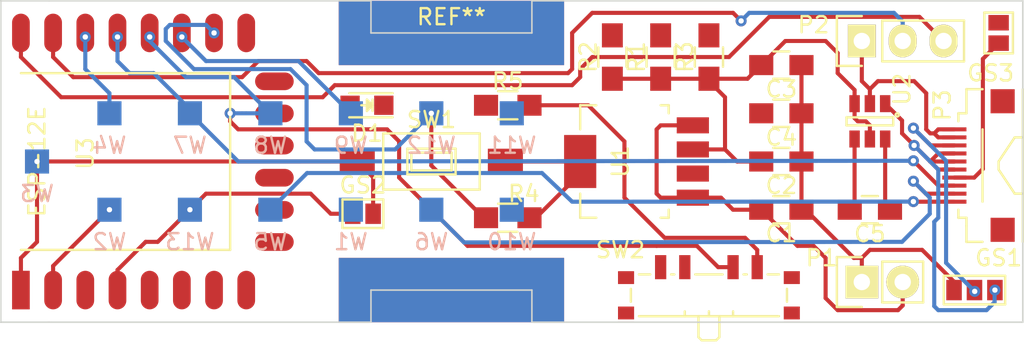
<source format=kicad_pcb>
(kicad_pcb (version 4) (host pcbnew 4.0.1-stable)

  (general
    (links 64)
    (no_connects 17)
    (area 114.949999 129.7968 180.4782 151.9782)
    (thickness 1.6)
    (drawings 14)
    (tracks 237)
    (zones 0)
    (modules 37)
    (nets 33)
  )

  (page A4)
  (layers
    (0 F.Cu signal)
    (31 B.Cu signal)
    (32 B.Adhes user hide)
    (33 F.Adhes user hide)
    (34 B.Paste user hide)
    (35 F.Paste user hide)
    (36 B.SilkS user)
    (37 F.SilkS user)
    (38 B.Mask user)
    (39 F.Mask user)
    (40 Dwgs.User user hide)
    (41 Cmts.User user hide)
    (42 Eco1.User user hide)
    (43 Eco2.User user hide)
    (44 Edge.Cuts user)
    (45 Margin user hide)
    (46 B.CrtYd user hide)
    (47 F.CrtYd user hide)
    (48 B.Fab user hide)
    (49 F.Fab user hide)
  )

  (setup
    (last_trace_width 0.254)
    (user_trace_width 0.1524)
    (user_trace_width 0.254)
    (trace_clearance 0.1524)
    (zone_clearance 0.1)
    (zone_45_only yes)
    (trace_min 0.1524)
    (segment_width 0.2)
    (edge_width 0.1)
    (via_size 0.6858)
    (via_drill 0.3302)
    (via_min_size 0.6858)
    (via_min_drill 0.3302)
    (uvia_size 0.762)
    (uvia_drill 0.508)
    (uvias_allowed no)
    (uvia_min_size 0)
    (uvia_min_drill 0)
    (pcb_text_width 0.3)
    (pcb_text_size 1.5 1.5)
    (mod_edge_width 0.15)
    (mod_text_size 1 1)
    (mod_text_width 0.15)
    (pad_size 3.8 10)
    (pad_drill 1.8)
    (pad_to_mask_clearance 0)
    (aux_axis_origin 0 0)
    (visible_elements 7FFFFFFF)
    (pcbplotparams
      (layerselection 0x00030_80000001)
      (usegerberextensions false)
      (excludeedgelayer true)
      (linewidth 0.100000)
      (plotframeref false)
      (viasonmask false)
      (mode 1)
      (useauxorigin false)
      (hpglpennumber 1)
      (hpglpenspeed 20)
      (hpglpendiameter 15)
      (hpglpenoverlay 2)
      (psnegative false)
      (psa4output false)
      (plotreference true)
      (plotvalue true)
      (plotinvisibletext false)
      (padsonsilk false)
      (subtractmaskfromsilk false)
      (outputformat 4)
      (mirror false)
      (drillshape 0)
      (scaleselection 1)
      (outputdirectory output/))
  )

  (net 0 "")
  (net 1 "Net-(C5-Pad1)")
  (net 2 "Net-(C5-Pad2)")
  (net 3 "Net-(P2-Pad2)")
  (net 4 "Net-(P2-Pad3)")
  (net 5 "Net-(P3-Pad1)")
  (net 6 "Net-(P3-Pad2)")
  (net 7 "Net-(R5-Pad2)")
  (net 8 "Net-(SW2-Pad2)")
  (net 9 "Net-(U1-Pad2)")
  (net 10 "Net-(U3-Pad2)")
  (net 11 +BATT)
  (net 12 GND)
  (net 13 +3V3)
  (net 14 +5V)
  (net 15 /MODECOM)
  (net 16 "Net-(GS2-Pad1)")
  (net 17 /RST)
  (net 18 /GPIO2)
  (net 19 /CH_PD)
  (net 20 /GPIO15)
  (net 21 "Net-(D1-Pad1)")
  (net 22 /GPIO0)
  (net 23 /GPIO4)
  (net 24 /GPIO5)
  (net 25 "Net-(U3-Pad9)")
  (net 26 "Net-(U3-Pad10)")
  (net 27 "Net-(U3-Pad11)")
  (net 28 "Net-(U3-Pad12)")
  (net 29 "Net-(U3-Pad13)")
  (net 30 "Net-(U3-Pad14)")
  (net 31 "Net-(U3-Pad6)")
  (net 32 "Net-(GS3-Pad2)")

  (net_class Default "This is the default net class."
    (clearance 0.1524)
    (trace_width 0.1524)
    (via_dia 0.6858)
    (via_drill 0.3302)
    (uvia_dia 0.762)
    (uvia_drill 0.508)
    (add_net +3V3)
    (add_net +5V)
    (add_net +BATT)
    (add_net /CH_PD)
    (add_net /GPIO0)
    (add_net /GPIO15)
    (add_net /GPIO2)
    (add_net /GPIO4)
    (add_net /GPIO5)
    (add_net /MODECOM)
    (add_net /RST)
    (add_net GND)
    (add_net "Net-(C5-Pad1)")
    (add_net "Net-(C5-Pad2)")
    (add_net "Net-(D1-Pad1)")
    (add_net "Net-(GS2-Pad1)")
    (add_net "Net-(GS3-Pad2)")
    (add_net "Net-(P2-Pad2)")
    (add_net "Net-(P2-Pad3)")
    (add_net "Net-(P3-Pad1)")
    (add_net "Net-(P3-Pad2)")
    (add_net "Net-(R5-Pad2)")
    (add_net "Net-(SW2-Pad2)")
    (add_net "Net-(U1-Pad2)")
    (add_net "Net-(U3-Pad10)")
    (add_net "Net-(U3-Pad11)")
    (add_net "Net-(U3-Pad12)")
    (add_net "Net-(U3-Pad13)")
    (add_net "Net-(U3-Pad14)")
    (add_net "Net-(U3-Pad2)")
    (add_net "Net-(U3-Pad6)")
    (add_net "Net-(U3-Pad9)")
  )

  (net_class wider ""
    (clearance 0.2032)
    (trace_width 0.2032)
    (via_dia 0.6858)
    (via_drill 0.3302)
    (uvia_dia 0.762)
    (uvia_drill 0.508)
  )

  (module custom_footprints:ESP-12E (layer F.Cu) (tedit 579B4571) (tstamp 579CB7D9)
    (at 116.25 148 90)
    (descr "Module, ESP-8266, ESP-12, 16 pad, SMD")
    (tags "Module ESP-8266 ESP8266")
    (path /579C8B22)
    (fp_text reference U3 (at 8.5 4 90) (layer F.SilkS)
      (effects (font (size 1 1) (thickness 0.15)))
    )
    (fp_text value ESP-12E (at 8 1 90) (layer F.SilkS)
      (effects (font (size 1 1) (thickness 0.15)))
    )
    (fp_line (start 2.5 0) (end 2.5 13) (layer F.SilkS) (width 0.15))
    (fp_line (start 2.5 13) (end 13.5 13) (layer F.SilkS) (width 0.15))
    (fp_line (start 13.5 13) (end 13.5 0) (layer F.SilkS) (width 0.15))
    (pad 9 smd oval (at 2.99 15.75 180) (size 2.4 1.1) (layers F.Cu F.Paste F.Mask)
      (net 25 "Net-(U3-Pad9)"))
    (pad 10 smd oval (at 4.99 15.75 180) (size 2.4 1.1) (layers F.Cu F.Paste F.Mask)
      (net 26 "Net-(U3-Pad10)"))
    (pad 11 smd oval (at 6.99 15.75 180) (size 2.4 1.1) (layers F.Cu F.Paste F.Mask)
      (net 27 "Net-(U3-Pad11)"))
    (pad 12 smd oval (at 8.99 15.75 180) (size 2.4 1.1) (layers F.Cu F.Paste F.Mask)
      (net 28 "Net-(U3-Pad12)"))
    (pad 13 smd oval (at 10.99 15.75 180) (size 2.4 1.1) (layers F.Cu F.Paste F.Mask)
      (net 29 "Net-(U3-Pad13)"))
    (pad 14 smd oval (at 12.99 15.75 180) (size 2.4 1.1) (layers F.Cu F.Paste F.Mask)
      (net 30 "Net-(U3-Pad14)"))
    (pad 1 smd rect (at 0 0 90) (size 2.4 1.1) (layers F.Cu F.Paste F.Mask)
      (net 17 /RST))
    (pad 2 smd oval (at 0 2 90) (size 2.4 1.1) (layers F.Cu F.Paste F.Mask)
      (net 10 "Net-(U3-Pad2)"))
    (pad 3 smd oval (at 0 4 90) (size 2.4 1.1) (layers F.Cu F.Paste F.Mask)
      (net 19 /CH_PD))
    (pad 4 smd oval (at 0 6 90) (size 2.4 1.1) (layers F.Cu F.Paste F.Mask)
      (net 16 "Net-(GS2-Pad1)"))
    (pad 5 smd oval (at 0 8 90) (size 2.4 1.1) (layers F.Cu F.Paste F.Mask)
      (net 5 "Net-(P3-Pad1)"))
    (pad 6 smd oval (at 0 10 90) (size 2.4 1.1) (layers F.Cu F.Paste F.Mask)
      (net 31 "Net-(U3-Pad6)"))
    (pad 7 smd oval (at 0 12 90) (size 2.4 1.1) (layers F.Cu F.Paste F.Mask)
      (net 6 "Net-(P3-Pad2)"))
    (pad 8 smd oval (at 0 14 90) (size 2.4 1.1) (layers F.Cu F.Paste F.Mask)
      (net 13 +3V3))
    (pad 15 smd oval (at 16 14 90) (size 2.4 1.1) (layers F.Cu F.Paste F.Mask)
      (net 12 GND))
    (pad 16 smd oval (at 16 12 90) (size 2.4 1.1) (layers F.Cu F.Paste F.Mask)
      (net 20 /GPIO15))
    (pad 17 smd oval (at 16 10 90) (size 2.4 1.1) (layers F.Cu F.Paste F.Mask)
      (net 18 /GPIO2))
    (pad 18 smd oval (at 16 8 90) (size 2.4 1.1) (layers F.Cu F.Paste F.Mask)
      (net 22 /GPIO0))
    (pad 19 smd oval (at 16 6 90) (size 2.4 1.1) (layers F.Cu F.Paste F.Mask)
      (net 23 /GPIO4))
    (pad 20 smd oval (at 16 4 90) (size 2.4 1.1) (layers F.Cu F.Paste F.Mask)
      (net 24 /GPIO5))
    (pad 21 smd oval (at 16 2 90) (size 2.4 1.1) (layers F.Cu F.Paste F.Mask)
      (net 3 "Net-(P2-Pad2)"))
    (pad 22 smd oval (at 16 0 90) (size 2.4 1.1) (layers F.Cu F.Paste F.Mask)
      (net 4 "Net-(P2-Pad3)"))
    (model ${ESPLIB}/ESP8266.3dshapes/ESP-12.wrl
      (at (xyz 0.04 0 0))
      (scale (xyz 0.3937 0.3937 0.3937))
      (rotate (xyz 0 0 0))
    )
  )

  (module Board_Soldering (layer F.Cu) (tedit 579CC6A1) (tstamp 579CC54B)
    (at 143 148)
    (descr "Mesurement Point, Square, SMD Pad,  3mm x 3mm,")
    (tags "Mesurement Point Square SMD Pad 3x3mm")
    (attr virtual)
    (fp_text reference REF** (at 0 1) (layer F.SilkS) hide
      (effects (font (size 1 1) (thickness 0.15)))
    )
    (fp_text value Board_Soldering (at 0 3) (layer F.Fab)
      (effects (font (size 1 1) (thickness 0.15)))
    )
    (fp_line (start -1.75 -1.75) (end 1.75 -1.75) (layer F.CrtYd) (width 0.05))
    (fp_line (start 1.75 -1.75) (end 1.75 1.75) (layer F.CrtYd) (width 0.05))
    (fp_line (start 1.75 1.75) (end -1.75 1.75) (layer F.CrtYd) (width 0.05))
    (fp_line (start -1.75 1.75) (end -1.75 -1.75) (layer F.CrtYd) (width 0.05))
    (pad 1 smd rect (at 0 0) (size 14 4) (layers F.Cu F.Mask))
    (pad 2 smd rect (at 0 0) (size 14 4) (layers B.Cu B.Mask))
  )

  (module Capacitors_SMD:C_0805_HandSoldering (layer F.Cu) (tedit 579CC6BE) (tstamp 579CB685)
    (at 163.5 143)
    (descr "Capacitor SMD 0805, hand soldering")
    (tags "capacitor 0805")
    (path /579B54E0)
    (attr smd)
    (fp_text reference C1 (at 0 1.5) (layer F.SilkS)
      (effects (font (size 1 1) (thickness 0.15)))
    )
    (fp_text value 2.2uF (at 0 2.1) (layer F.Fab)
      (effects (font (size 1 1) (thickness 0.15)))
    )
    (fp_line (start -2.3 -1) (end 2.3 -1) (layer F.CrtYd) (width 0.05))
    (fp_line (start -2.3 1) (end 2.3 1) (layer F.CrtYd) (width 0.05))
    (fp_line (start -2.3 -1) (end -2.3 1) (layer F.CrtYd) (width 0.05))
    (fp_line (start 2.3 -1) (end 2.3 1) (layer F.CrtYd) (width 0.05))
    (fp_line (start 0.5 -0.85) (end -0.5 -0.85) (layer F.SilkS) (width 0.15))
    (fp_line (start -0.5 0.85) (end 0.5 0.85) (layer F.SilkS) (width 0.15))
    (pad 1 smd rect (at -1.25 0) (size 1.5 1.25) (layers F.Cu F.Paste F.Mask)
      (net 11 +BATT))
    (pad 2 smd rect (at 1.25 0) (size 1.5 1.25) (layers F.Cu F.Paste F.Mask)
      (net 12 GND))
    (model Capacitors_SMD.3dshapes/C_0805_HandSoldering.wrl
      (at (xyz 0 0 0))
      (scale (xyz 1 1 1))
      (rotate (xyz 0 0 0))
    )
  )

  (module Capacitors_SMD:C_0805_HandSoldering (layer F.Cu) (tedit 579CC6BA) (tstamp 579CB691)
    (at 163.5 140)
    (descr "Capacitor SMD 0805, hand soldering")
    (tags "capacitor 0805")
    (path /579B5496)
    (attr smd)
    (fp_text reference C2 (at 0 1.5) (layer F.SilkS)
      (effects (font (size 1 1) (thickness 0.15)))
    )
    (fp_text value 2.2uF (at 0 2.1) (layer F.Fab)
      (effects (font (size 1 1) (thickness 0.15)))
    )
    (fp_line (start -2.3 -1) (end 2.3 -1) (layer F.CrtYd) (width 0.05))
    (fp_line (start -2.3 1) (end 2.3 1) (layer F.CrtYd) (width 0.05))
    (fp_line (start -2.3 -1) (end -2.3 1) (layer F.CrtYd) (width 0.05))
    (fp_line (start 2.3 -1) (end 2.3 1) (layer F.CrtYd) (width 0.05))
    (fp_line (start 0.5 -0.85) (end -0.5 -0.85) (layer F.SilkS) (width 0.15))
    (fp_line (start -0.5 0.85) (end 0.5 0.85) (layer F.SilkS) (width 0.15))
    (pad 1 smd rect (at -1.25 0) (size 1.5 1.25) (layers F.Cu F.Paste F.Mask)
      (net 13 +3V3))
    (pad 2 smd rect (at 1.25 0) (size 1.5 1.25) (layers F.Cu F.Paste F.Mask)
      (net 12 GND))
    (model Capacitors_SMD.3dshapes/C_0805_HandSoldering.wrl
      (at (xyz 0 0 0))
      (scale (xyz 1 1 1))
      (rotate (xyz 0 0 0))
    )
  )

  (module Capacitors_SMD:C_0805_HandSoldering (layer F.Cu) (tedit 579CC6C1) (tstamp 579CB69D)
    (at 163.5 134)
    (descr "Capacitor SMD 0805, hand soldering")
    (tags "capacitor 0805")
    (path /579CB3C0)
    (attr smd)
    (fp_text reference C3 (at 0 1.5) (layer F.SilkS)
      (effects (font (size 1 1) (thickness 0.15)))
    )
    (fp_text value 1uF (at 0 2.1) (layer F.Fab)
      (effects (font (size 1 1) (thickness 0.15)))
    )
    (fp_line (start -2.3 -1) (end 2.3 -1) (layer F.CrtYd) (width 0.05))
    (fp_line (start -2.3 1) (end 2.3 1) (layer F.CrtYd) (width 0.05))
    (fp_line (start -2.3 -1) (end -2.3 1) (layer F.CrtYd) (width 0.05))
    (fp_line (start 2.3 -1) (end 2.3 1) (layer F.CrtYd) (width 0.05))
    (fp_line (start 0.5 -0.85) (end -0.5 -0.85) (layer F.SilkS) (width 0.15))
    (fp_line (start -0.5 0.85) (end 0.5 0.85) (layer F.SilkS) (width 0.15))
    (pad 1 smd rect (at -1.25 0) (size 1.5 1.25) (layers F.Cu F.Paste F.Mask)
      (net 13 +3V3))
    (pad 2 smd rect (at 1.25 0) (size 1.5 1.25) (layers F.Cu F.Paste F.Mask)
      (net 12 GND))
    (model Capacitors_SMD.3dshapes/C_0805_HandSoldering.wrl
      (at (xyz 0 0 0))
      (scale (xyz 1 1 1))
      (rotate (xyz 0 0 0))
    )
  )

  (module Capacitors_SMD:C_0805_HandSoldering (layer F.Cu) (tedit 579CC6C3) (tstamp 579CB6A9)
    (at 163.5 137)
    (descr "Capacitor SMD 0805, hand soldering")
    (tags "capacitor 0805")
    (path /579B5529)
    (attr smd)
    (fp_text reference C4 (at 0 1.5) (layer F.SilkS)
      (effects (font (size 1 1) (thickness 0.15)))
    )
    (fp_text value 2.2uF (at 0 2.1) (layer F.Fab)
      (effects (font (size 1 1) (thickness 0.15)))
    )
    (fp_line (start -2.3 -1) (end 2.3 -1) (layer F.CrtYd) (width 0.05))
    (fp_line (start -2.3 1) (end 2.3 1) (layer F.CrtYd) (width 0.05))
    (fp_line (start -2.3 -1) (end -2.3 1) (layer F.CrtYd) (width 0.05))
    (fp_line (start 2.3 -1) (end 2.3 1) (layer F.CrtYd) (width 0.05))
    (fp_line (start 0.5 -0.85) (end -0.5 -0.85) (layer F.SilkS) (width 0.15))
    (fp_line (start -0.5 0.85) (end 0.5 0.85) (layer F.SilkS) (width 0.15))
    (pad 1 smd rect (at -1.25 0) (size 1.5 1.25) (layers F.Cu F.Paste F.Mask)
      (net 14 +5V))
    (pad 2 smd rect (at 1.25 0) (size 1.5 1.25) (layers F.Cu F.Paste F.Mask)
      (net 12 GND))
    (model Capacitors_SMD.3dshapes/C_0805_HandSoldering.wrl
      (at (xyz 0 0 0))
      (scale (xyz 1 1 1))
      (rotate (xyz 0 0 0))
    )
  )

  (module Capacitors_SMD:C_0805_HandSoldering (layer F.Cu) (tedit 579CC6F1) (tstamp 579CB6B5)
    (at 169 143 180)
    (descr "Capacitor SMD 0805, hand soldering")
    (tags "capacitor 0805")
    (path /579B5457)
    (attr smd)
    (fp_text reference C5 (at 0 -1.5 180) (layer F.SilkS)
      (effects (font (size 1 1) (thickness 0.15)))
    )
    (fp_text value 0.22uF (at 0 2.1 180) (layer F.Fab)
      (effects (font (size 1 1) (thickness 0.15)))
    )
    (fp_line (start -2.3 -1) (end 2.3 -1) (layer F.CrtYd) (width 0.05))
    (fp_line (start -2.3 1) (end 2.3 1) (layer F.CrtYd) (width 0.05))
    (fp_line (start -2.3 -1) (end -2.3 1) (layer F.CrtYd) (width 0.05))
    (fp_line (start 2.3 -1) (end 2.3 1) (layer F.CrtYd) (width 0.05))
    (fp_line (start 0.5 -0.85) (end -0.5 -0.85) (layer F.SilkS) (width 0.15))
    (fp_line (start -0.5 0.85) (end 0.5 0.85) (layer F.SilkS) (width 0.15))
    (pad 1 smd rect (at -1.25 0 180) (size 1.5 1.25) (layers F.Cu F.Paste F.Mask)
      (net 1 "Net-(C5-Pad1)"))
    (pad 2 smd rect (at 1.25 0 180) (size 1.5 1.25) (layers F.Cu F.Paste F.Mask)
      (net 2 "Net-(C5-Pad2)"))
    (model Capacitors_SMD.3dshapes/C_0805_HandSoldering.wrl
      (at (xyz 0 0 0))
      (scale (xyz 1 1 1))
      (rotate (xyz 0 0 0))
    )
  )

  (module LEDs:LED_0805 (layer F.Cu) (tedit 55BDE1C2) (tstamp 579CB6C8)
    (at 137.75 136.5 180)
    (descr "LED 0805 smd package")
    (tags "LED 0805 SMD")
    (path /579B731C)
    (attr smd)
    (fp_text reference D1 (at 0 -1.75 180) (layer F.SilkS)
      (effects (font (size 1 1) (thickness 0.15)))
    )
    (fp_text value Red (at 0 1.75 180) (layer F.Fab)
      (effects (font (size 1 1) (thickness 0.15)))
    )
    (fp_line (start -1.6 0.75) (end 1.1 0.75) (layer F.SilkS) (width 0.15))
    (fp_line (start -1.6 -0.75) (end 1.1 -0.75) (layer F.SilkS) (width 0.15))
    (fp_line (start -0.1 0.15) (end -0.1 -0.1) (layer F.SilkS) (width 0.15))
    (fp_line (start -0.1 -0.1) (end -0.25 0.05) (layer F.SilkS) (width 0.15))
    (fp_line (start -0.35 -0.35) (end -0.35 0.35) (layer F.SilkS) (width 0.15))
    (fp_line (start 0 0) (end 0.35 0) (layer F.SilkS) (width 0.15))
    (fp_line (start -0.35 0) (end 0 -0.35) (layer F.SilkS) (width 0.15))
    (fp_line (start 0 -0.35) (end 0 0.35) (layer F.SilkS) (width 0.15))
    (fp_line (start 0 0.35) (end -0.35 0) (layer F.SilkS) (width 0.15))
    (fp_line (start 1.9 -0.95) (end 1.9 0.95) (layer F.CrtYd) (width 0.05))
    (fp_line (start 1.9 0.95) (end -1.9 0.95) (layer F.CrtYd) (width 0.05))
    (fp_line (start -1.9 0.95) (end -1.9 -0.95) (layer F.CrtYd) (width 0.05))
    (fp_line (start -1.9 -0.95) (end 1.9 -0.95) (layer F.CrtYd) (width 0.05))
    (pad 2 smd rect (at 1.04902 0) (size 1.19888 1.19888) (layers F.Cu F.Paste F.Mask)
      (net 13 +3V3))
    (pad 1 smd rect (at -1.04902 0) (size 1.19888 1.19888) (layers F.Cu F.Paste F.Mask)
      (net 21 "Net-(D1-Pad1)"))
    (model LEDs.3dshapes/LED_0805.wrl
      (at (xyz 0 0 0))
      (scale (xyz 1 1 1))
      (rotate (xyz 0 0 0))
    )
  )

  (module GS3 (layer F.Cu) (tedit 579CCC3E) (tstamp 579CB6D3)
    (at 175.5 148 90)
    (descr "Pontet Goute de soudure")
    (path /579C9834)
    (attr virtual)
    (fp_text reference GS1 (at 2 1.5 180) (layer F.SilkS)
      (effects (font (size 1 1) (thickness 0.15)))
    )
    (fp_text value Mode (at 1.524 0 180) (layer F.Fab)
      (effects (font (size 1 1) (thickness 0.15)))
    )
    (fp_line (start -0.889 -1.905) (end -0.889 1.905) (layer F.SilkS) (width 0.15))
    (fp_line (start -0.889 1.905) (end 0.889 1.905) (layer F.SilkS) (width 0.15))
    (fp_line (start 0.889 1.905) (end 0.889 -1.905) (layer F.SilkS) (width 0.15))
    (fp_line (start -0.889 -1.905) (end 0.889 -1.905) (layer F.SilkS) (width 0.15))
    (pad 1 smd rect (at 0 -1.27 90) (size 1.27 0.9652) (layers F.Cu F.Paste F.Mask)
      (net 12 GND))
    (pad 2 smd rect (at 0 0 90) (size 1.27 0.9652) (layers F.Cu F.Paste F.Mask)
      (net 15 /MODECOM))
    (pad 3 smd rect (at 0 1.27 90) (size 1.27 0.9652) (layers F.Cu F.Paste F.Mask)
      (net 14 +5V))
  )

  (module GS2 (layer F.Cu) (tedit 0) (tstamp 579CB6DD)
    (at 137.5 143.25 90)
    (descr "Pontet Goute de soudure")
    (path /579CBF1B)
    (attr virtual)
    (fp_text reference GS2 (at 1.778 0 180) (layer F.SilkS)
      (effects (font (size 1 1) (thickness 0.15)))
    )
    (fp_text value Wake (at 1.524 0 180) (layer F.Fab)
      (effects (font (size 1 1) (thickness 0.15)))
    )
    (fp_line (start -0.889 -1.27) (end -0.889 1.27) (layer F.SilkS) (width 0.15))
    (fp_line (start 0.889 1.27) (end 0.889 -1.27) (layer F.SilkS) (width 0.15))
    (fp_line (start 0.889 1.27) (end -0.889 1.27) (layer F.SilkS) (width 0.15))
    (fp_line (start -0.889 -1.27) (end 0.889 -1.27) (layer F.SilkS) (width 0.15))
    (pad 1 smd rect (at 0 -0.635 90) (size 1.27 0.9652) (layers F.Cu F.Paste F.Mask)
      (net 16 "Net-(GS2-Pad1)"))
    (pad 2 smd rect (at 0 0.635 90) (size 1.27 0.9652) (layers F.Cu F.Paste F.Mask)
      (net 17 /RST))
  )

  (module GS2 (layer F.Cu) (tedit 579CCC21) (tstamp 579CB6E7)
    (at 177 132)
    (descr "Pontet Goute de soudure")
    (path /579D396C)
    (attr virtual)
    (fp_text reference GS3 (at -0.5 2.5 180) (layer F.SilkS)
      (effects (font (size 1 1) (thickness 0.15)))
    )
    (fp_text value com (at 1.524 0 90) (layer F.Fab)
      (effects (font (size 1 1) (thickness 0.15)))
    )
    (fp_line (start -0.889 -1.27) (end -0.889 1.27) (layer F.SilkS) (width 0.15))
    (fp_line (start 0.889 1.27) (end 0.889 -1.27) (layer F.SilkS) (width 0.15))
    (fp_line (start 0.889 1.27) (end -0.889 1.27) (layer F.SilkS) (width 0.15))
    (fp_line (start -0.889 -1.27) (end 0.889 -1.27) (layer F.SilkS) (width 0.15))
    (pad 1 smd rect (at 0 -0.635) (size 1.27 0.9652) (layers F.Cu F.Paste F.Mask)
      (net 24 /GPIO5))
    (pad 2 smd rect (at 0 0.635) (size 1.27 0.9652) (layers F.Cu F.Paste F.Mask)
      (net 32 "Net-(GS3-Pad2)"))
  )

  (module Socket_Strips:Socket_Strip_Straight_1x03 (layer F.Cu) (tedit 579CCC17) (tstamp 579CB704)
    (at 168.5 132.5)
    (descr "Through hole socket strip")
    (tags "socket strip")
    (path /579C966C)
    (fp_text reference P2 (at -3 -1) (layer F.SilkS)
      (effects (font (size 1 1) (thickness 0.15)))
    )
    (fp_text value Serial (at 7 2) (layer F.Fab)
      (effects (font (size 1 1) (thickness 0.15)))
    )
    (fp_line (start 0 -1.55) (end -1.55 -1.55) (layer F.SilkS) (width 0.15))
    (fp_line (start -1.55 -1.55) (end -1.55 1.55) (layer F.SilkS) (width 0.15))
    (fp_line (start -1.55 1.55) (end 0 1.55) (layer F.SilkS) (width 0.15))
    (fp_line (start -1.75 -1.75) (end -1.75 1.75) (layer F.CrtYd) (width 0.05))
    (fp_line (start 6.85 -1.75) (end 6.85 1.75) (layer F.CrtYd) (width 0.05))
    (fp_line (start -1.75 -1.75) (end 6.85 -1.75) (layer F.CrtYd) (width 0.05))
    (fp_line (start -1.75 1.75) (end 6.85 1.75) (layer F.CrtYd) (width 0.05))
    (fp_line (start 1.27 -1.27) (end 6.35 -1.27) (layer F.SilkS) (width 0.15))
    (fp_line (start 6.35 -1.27) (end 6.35 1.27) (layer F.SilkS) (width 0.15))
    (fp_line (start 6.35 1.27) (end 1.27 1.27) (layer F.SilkS) (width 0.15))
    (fp_line (start 1.27 1.27) (end 1.27 -1.27) (layer F.SilkS) (width 0.15))
    (pad 1 thru_hole rect (at 0 0) (size 1.7272 2.032) (drill 1.016) (layers *.Cu *.Mask F.SilkS)
      (net 12 GND))
    (pad 2 thru_hole oval (at 2.54 0) (size 1.7272 2.032) (drill 1.016) (layers *.Cu *.Mask F.SilkS)
      (net 3 "Net-(P2-Pad2)"))
    (pad 3 thru_hole oval (at 5.08 0) (size 1.7272 2.032) (drill 1.016) (layers *.Cu *.Mask F.SilkS)
      (net 4 "Net-(P2-Pad3)"))
    (model Socket_Strips.3dshapes/Socket_Strip_Straight_1x03.wrl
      (at (xyz 0.1 0 0))
      (scale (xyz 1 1 1))
      (rotate (xyz 0 0 180))
    )
  )

  (module custom_footprints:10pins_0.5mm_PITCH_connector_FPC (layer F.Cu) (tedit 579CCC29) (tstamp 579CB724)
    (at 176 140.5 180)
    (tags 10_FPC_0.5)
    (path /579CA1CB)
    (attr smd)
    (fp_text reference P3 (at 2.5 4 270) (layer F.SilkS)
      (effects (font (size 1 1) (thickness 0.15)))
    )
    (fp_text value Sharp_Memory_LCD (at -3.5 -0.5 270) (layer F.Fab)
      (effects (font (size 1 1) (thickness 0.15)))
    )
    (fp_line (start -2.5 -4.5) (end -2.5 5) (layer F.SilkS) (width 0.15))
    (fp_line (start 1 -3.5) (end 1 -4.5) (layer F.SilkS) (width 0.15))
    (fp_line (start 1 -4.5) (end 0 -4.5) (layer F.SilkS) (width 0.15))
    (fp_line (start 1 3.5) (end 1 5) (layer F.SilkS) (width 0.15))
    (fp_line (start 1 5) (end 0 5) (layer F.SilkS) (width 0.15))
    (fp_line (start 1.5 3) (end 1.5 3.5) (layer F.SilkS) (width 0.15))
    (fp_line (start 1.5 3.5) (end 1 3.5) (layer F.SilkS) (width 0.15))
    (fp_line (start 1 -3.5) (end 1 -3) (layer F.SilkS) (width 0.15))
    (fp_line (start 1 -3) (end 1.5 -3) (layer F.SilkS) (width 0.15))
    (fp_line (start 1.5 -3) (end 1.5 -2.5) (layer F.SilkS) (width 0.15))
    (fp_line (start 0 -2) (end 0 2.5) (layer F.SilkS) (width 0.15))
    (fp_line (start -1 0.5) (end -2 2) (layer F.SilkS) (width 0.15))
    (fp_line (start -2 2) (end -2.5 2) (layer F.SilkS) (width 0.15))
    (fp_line (start -1 0.5) (end -1 0) (layer F.SilkS) (width 0.15))
    (fp_line (start -1 0) (end -2 -1.5) (layer F.SilkS) (width 0.15))
    (fp_line (start -2 -1.5) (end -2.5 -1.5) (layer F.SilkS) (width 0.15))
    (pad "" smd rect (at -1.5 4 180) (size 1.5 1.5) (drill (offset 0.25 0.25)) (layers F.Cu F.Paste F.Mask))
    (pad 1 smd rect (at 1.75 -2 180) (size 1.5 0.25) (layers F.Cu F.Paste F.Mask)
      (net 5 "Net-(P3-Pad1)"))
    (pad 2 smd rect (at 1.75 -1.5 180) (size 1.5 0.25) (layers F.Cu F.Paste F.Mask)
      (net 6 "Net-(P3-Pad2)"))
    (pad 3 smd rect (at 1.75 -1 180) (size 1.5 0.25) (layers F.Cu F.Paste F.Mask)
      (net 23 /GPIO4))
    (pad 4 smd rect (at 1.75 -0.5 180) (size 1.5 0.25) (layers F.Cu F.Paste F.Mask)
      (net 32 "Net-(GS3-Pad2)"))
    (pad 5 smd rect (at 1.75 0 180) (size 1.5 0.25) (layers F.Cu F.Paste F.Mask)
      (net 14 +5V))
    (pad 6 smd rect (at 1.75 0.5 180) (size 1.5 0.25) (layers F.Cu F.Paste F.Mask)
      (net 14 +5V))
    (pad 7 smd rect (at 1.75 1 180) (size 1.5 0.25) (layers F.Cu F.Paste F.Mask)
      (net 14 +5V))
    (pad 8 smd rect (at 1.75 1.5 180) (size 1.5 0.25) (layers F.Cu F.Paste F.Mask)
      (net 15 /MODECOM))
    (pad 9 smd rect (at 1.75 2 180) (size 1.5 0.25) (layers F.Cu F.Paste F.Mask)
      (net 12 GND))
    (pad 10 smd rect (at 1.75 2.5 180) (size 1.5 0.25) (layers F.Cu F.Paste F.Mask)
      (net 12 GND))
    (pad "" smd rect (at -1.5 -4 180) (size 1.5 1.5) (drill (offset 0.25 0.25)) (layers F.Cu F.Paste F.Mask))
    (model Housings_SSOP.3dshapes/TSSOP-10_3x3mm_Pitch0.5mm.wrl
      (at (xyz 0 0 0))
      (scale (xyz 1 1 1))
      (rotate (xyz 0 0 0))
    )
  )

  (module Resistors_SMD:R_0805_HandSoldering (layer F.Cu) (tedit 579CC63D) (tstamp 579CB730)
    (at 156 133.5 90)
    (descr "Resistor SMD 0805, hand soldering")
    (tags "resistor 0805")
    (path /579CD35D)
    (attr smd)
    (fp_text reference R1 (at 0 -1.5 90) (layer F.SilkS)
      (effects (font (size 1 1) (thickness 0.15)))
    )
    (fp_text value 10K (at 0 2.1 90) (layer F.Fab)
      (effects (font (size 1 1) (thickness 0.15)))
    )
    (fp_line (start -2.4 -1) (end 2.4 -1) (layer F.CrtYd) (width 0.05))
    (fp_line (start -2.4 1) (end 2.4 1) (layer F.CrtYd) (width 0.05))
    (fp_line (start -2.4 -1) (end -2.4 1) (layer F.CrtYd) (width 0.05))
    (fp_line (start 2.4 -1) (end 2.4 1) (layer F.CrtYd) (width 0.05))
    (fp_line (start 0.6 0.875) (end -0.6 0.875) (layer F.SilkS) (width 0.15))
    (fp_line (start -0.6 -0.875) (end 0.6 -0.875) (layer F.SilkS) (width 0.15))
    (pad 1 smd rect (at -1.35 0 90) (size 1.5 1.3) (layers F.Cu F.Paste F.Mask)
      (net 13 +3V3))
    (pad 2 smd rect (at 1.35 0 90) (size 1.5 1.3) (layers F.Cu F.Paste F.Mask)
      (net 17 /RST))
    (model Resistors_SMD.3dshapes/R_0805_HandSoldering.wrl
      (at (xyz 0 0 0))
      (scale (xyz 1 1 1))
      (rotate (xyz 0 0 0))
    )
  )

  (module Resistors_SMD:R_0805_HandSoldering (layer F.Cu) (tedit 579CC63A) (tstamp 579CB73C)
    (at 153 133.5 90)
    (descr "Resistor SMD 0805, hand soldering")
    (tags "resistor 0805")
    (path /579CFE67)
    (attr smd)
    (fp_text reference R2 (at 0 -1.5 90) (layer F.SilkS)
      (effects (font (size 1 1) (thickness 0.15)))
    )
    (fp_text value 10K (at 0 2.1 90) (layer F.Fab)
      (effects (font (size 1 1) (thickness 0.15)))
    )
    (fp_line (start -2.4 -1) (end 2.4 -1) (layer F.CrtYd) (width 0.05))
    (fp_line (start -2.4 1) (end 2.4 1) (layer F.CrtYd) (width 0.05))
    (fp_line (start -2.4 -1) (end -2.4 1) (layer F.CrtYd) (width 0.05))
    (fp_line (start 2.4 -1) (end 2.4 1) (layer F.CrtYd) (width 0.05))
    (fp_line (start 0.6 0.875) (end -0.6 0.875) (layer F.SilkS) (width 0.15))
    (fp_line (start -0.6 -0.875) (end 0.6 -0.875) (layer F.SilkS) (width 0.15))
    (pad 1 smd rect (at -1.35 0 90) (size 1.5 1.3) (layers F.Cu F.Paste F.Mask)
      (net 13 +3V3))
    (pad 2 smd rect (at 1.35 0 90) (size 1.5 1.3) (layers F.Cu F.Paste F.Mask)
      (net 18 /GPIO2))
    (model Resistors_SMD.3dshapes/R_0805_HandSoldering.wrl
      (at (xyz 0 0 0))
      (scale (xyz 1 1 1))
      (rotate (xyz 0 0 0))
    )
  )

  (module Resistors_SMD:R_0805_HandSoldering (layer F.Cu) (tedit 579CC640) (tstamp 579CB748)
    (at 159 133.5 90)
    (descr "Resistor SMD 0805, hand soldering")
    (tags "resistor 0805")
    (path /579D03AE)
    (attr smd)
    (fp_text reference R3 (at 0 -1.5 90) (layer F.SilkS)
      (effects (font (size 1 1) (thickness 0.15)))
    )
    (fp_text value 10K (at 0 2.1 90) (layer F.Fab)
      (effects (font (size 1 1) (thickness 0.15)))
    )
    (fp_line (start -2.4 -1) (end 2.4 -1) (layer F.CrtYd) (width 0.05))
    (fp_line (start -2.4 1) (end 2.4 1) (layer F.CrtYd) (width 0.05))
    (fp_line (start -2.4 -1) (end -2.4 1) (layer F.CrtYd) (width 0.05))
    (fp_line (start 2.4 -1) (end 2.4 1) (layer F.CrtYd) (width 0.05))
    (fp_line (start 0.6 0.875) (end -0.6 0.875) (layer F.SilkS) (width 0.15))
    (fp_line (start -0.6 -0.875) (end 0.6 -0.875) (layer F.SilkS) (width 0.15))
    (pad 1 smd rect (at -1.35 0 90) (size 1.5 1.3) (layers F.Cu F.Paste F.Mask)
      (net 13 +3V3))
    (pad 2 smd rect (at 1.35 0 90) (size 1.5 1.3) (layers F.Cu F.Paste F.Mask)
      (net 19 /CH_PD))
    (model Resistors_SMD.3dshapes/R_0805_HandSoldering.wrl
      (at (xyz 0 0 0))
      (scale (xyz 1 1 1))
      (rotate (xyz 0 0 0))
    )
  )

  (module Resistors_SMD:R_0805_HandSoldering (layer F.Cu) (tedit 579CC727) (tstamp 579CB754)
    (at 146.5 143.5)
    (descr "Resistor SMD 0805, hand soldering")
    (tags "resistor 0805")
    (path /579D015E)
    (attr smd)
    (fp_text reference R4 (at 1 -1.5) (layer F.SilkS)
      (effects (font (size 1 1) (thickness 0.15)))
    )
    (fp_text value 10K (at 0 2.1) (layer F.Fab)
      (effects (font (size 1 1) (thickness 0.15)))
    )
    (fp_line (start -2.4 -1) (end 2.4 -1) (layer F.CrtYd) (width 0.05))
    (fp_line (start -2.4 1) (end 2.4 1) (layer F.CrtYd) (width 0.05))
    (fp_line (start -2.4 -1) (end -2.4 1) (layer F.CrtYd) (width 0.05))
    (fp_line (start 2.4 -1) (end 2.4 1) (layer F.CrtYd) (width 0.05))
    (fp_line (start 0.6 0.875) (end -0.6 0.875) (layer F.SilkS) (width 0.15))
    (fp_line (start -0.6 -0.875) (end 0.6 -0.875) (layer F.SilkS) (width 0.15))
    (pad 1 smd rect (at -1.35 0) (size 1.5 1.3) (layers F.Cu F.Paste F.Mask)
      (net 20 /GPIO15))
    (pad 2 smd rect (at 1.35 0) (size 1.5 1.3) (layers F.Cu F.Paste F.Mask)
      (net 12 GND))
    (model Resistors_SMD.3dshapes/R_0805_HandSoldering.wrl
      (at (xyz 0 0 0))
      (scale (xyz 1 1 1))
      (rotate (xyz 0 0 0))
    )
  )

  (module Resistors_SMD:R_0805_HandSoldering (layer F.Cu) (tedit 579CC64C) (tstamp 579CB760)
    (at 146.5 136.5)
    (descr "Resistor SMD 0805, hand soldering")
    (tags "resistor 0805")
    (path /579B55E5)
    (attr smd)
    (fp_text reference R5 (at 0 -1.5) (layer F.SilkS)
      (effects (font (size 1 1) (thickness 0.15)))
    )
    (fp_text value 1K (at 0 2.1) (layer F.Fab)
      (effects (font (size 1 1) (thickness 0.15)))
    )
    (fp_line (start -2.4 -1) (end 2.4 -1) (layer F.CrtYd) (width 0.05))
    (fp_line (start -2.4 1) (end 2.4 1) (layer F.CrtYd) (width 0.05))
    (fp_line (start -2.4 -1) (end -2.4 1) (layer F.CrtYd) (width 0.05))
    (fp_line (start 2.4 -1) (end 2.4 1) (layer F.CrtYd) (width 0.05))
    (fp_line (start 0.6 0.875) (end -0.6 0.875) (layer F.SilkS) (width 0.15))
    (fp_line (start -0.6 -0.875) (end 0.6 -0.875) (layer F.SilkS) (width 0.15))
    (pad 1 smd rect (at -1.35 0) (size 1.5 1.3) (layers F.Cu F.Paste F.Mask)
      (net 21 "Net-(D1-Pad1)"))
    (pad 2 smd rect (at 1.35 0) (size 1.5 1.3) (layers F.Cu F.Paste F.Mask)
      (net 7 "Net-(R5-Pad2)"))
    (model Resistors_SMD.3dshapes/R_0805_HandSoldering.wrl
      (at (xyz 0 0 0))
      (scale (xyz 1 1 1))
      (rotate (xyz 0 0 0))
    )
  )

  (module Buttons_Switches_SMD:SW_SPST_FSMSM (layer F.Cu) (tedit 555C8B1B) (tstamp 579CB776)
    (at 141.75 140)
    (descr http://www.te.com/commerce/DocumentDelivery/DDEController?Action=srchrtrv&DocNm=1437566-3&DocType=Customer+Drawing&DocLang=English)
    (tags "SPST button tactile switch")
    (path /579B51AC)
    (attr smd)
    (fp_text reference SW1 (at 0.01011 -2.60022) (layer F.SilkS)
      (effects (font (size 1 1) (thickness 0.15)))
    )
    (fp_text value Reset (at 0.01011 -0.00022) (layer F.Fab)
      (effects (font (size 1 1) (thickness 0.15)))
    )
    (fp_line (start -1.23989 -0.55022) (end 1.26011 -0.55022) (layer F.SilkS) (width 0.15))
    (fp_line (start 1.26011 -0.55022) (end 1.26011 0.54978) (layer F.SilkS) (width 0.15))
    (fp_line (start 1.26011 0.54978) (end -1.23989 0.54978) (layer F.SilkS) (width 0.15))
    (fp_line (start -1.23989 0.54978) (end -1.23989 -0.55022) (layer F.SilkS) (width 0.15))
    (fp_line (start -1.48989 0.79978) (end 1.51011 0.79978) (layer F.SilkS) (width 0.15))
    (fp_line (start -1.48989 -0.80022) (end 1.51011 -0.80022) (layer F.SilkS) (width 0.15))
    (fp_line (start 1.51011 -0.80022) (end 1.51011 0.79978) (layer F.SilkS) (width 0.15))
    (fp_line (start -1.48989 -0.80022) (end -1.48989 0.79978) (layer F.SilkS) (width 0.15))
    (fp_line (start -5.95 2) (end 5.95 2) (layer F.CrtYd) (width 0.05))
    (fp_line (start 5.95 -2) (end 5.95 2) (layer F.CrtYd) (width 0.05))
    (fp_line (start -2.98989 1.74978) (end 3.01011 1.74978) (layer F.SilkS) (width 0.15))
    (fp_line (start -2.98989 -1.75022) (end 3.01011 -1.75022) (layer F.SilkS) (width 0.15))
    (fp_line (start -2.98989 -1.75022) (end -2.98989 1.74978) (layer F.SilkS) (width 0.15))
    (fp_line (start 3.01011 -1.75022) (end 3.01011 1.74978) (layer F.SilkS) (width 0.15))
    (fp_line (start -5.95 -2) (end -5.95 2) (layer F.CrtYd) (width 0.05))
    (fp_line (start -5.95 -2) (end 5.95 -2) (layer F.CrtYd) (width 0.05))
    (pad 1 smd rect (at -4.60243 -0.00232) (size 2.18 1.6) (layers F.Cu F.Paste F.Mask)
      (net 17 /RST))
    (pad 2 smd rect (at 4.60243 0.00232) (size 2.18 1.6) (layers F.Cu F.Paste F.Mask)
      (net 12 GND))
  )

  (module Buttons_Switches_SMD:SW_SP3T_PCM13 (layer F.Cu) (tedit 579CC709) (tstamp 579CB79C)
    (at 159 148)
    (descr "Ultraminiature Surface Mount Slide Switch")
    (path /579B5181)
    (attr smd)
    (fp_text reference SW2 (at -5.5 -2.5) (layer F.SilkS)
      (effects (font (size 1 1) (thickness 0.15)))
    )
    (fp_text value Flash (at 0 0.325) (layer F.Fab)
      (effects (font (size 1 1) (thickness 0.15)))
    )
    (fp_line (start -1.5 1.625) (end -1.5 1.325) (layer F.SilkS) (width 0.15))
    (fp_line (start 1.5 1.325) (end 1.5 1.625) (layer F.SilkS) (width 0.15))
    (fp_line (start 0 1.325) (end 0 1.625) (layer F.SilkS) (width 0.15))
    (fp_line (start -4.35 -0.975) (end -3.65 -0.975) (layer F.SilkS) (width 0.15))
    (fp_line (start 3.65 -0.975) (end 4.35 -0.975) (layer F.SilkS) (width 0.15))
    (fp_line (start -2.35 -0.975) (end -2.15 -0.975) (layer F.SilkS) (width 0.15))
    (fp_line (start 2.15 -0.975) (end 2.35 -0.975) (layer F.SilkS) (width 0.15))
    (fp_line (start -5.9 -2.45) (end 5.9 -2.45) (layer F.CrtYd) (width 0.05))
    (fp_line (start 5.9 -2.45) (end 5.9 2.1) (layer F.CrtYd) (width 0.05))
    (fp_line (start 5.9 2.1) (end 2.4 2.1) (layer F.CrtYd) (width 0.05))
    (fp_line (start 2.4 2.1) (end 2.4 3.4) (layer F.CrtYd) (width 0.05))
    (fp_line (start 2.4 3.4) (end -2.4 3.4) (layer F.CrtYd) (width 0.05))
    (fp_line (start -2.4 3.4) (end -2.4 2.1) (layer F.CrtYd) (width 0.05))
    (fp_line (start -2.4 2.1) (end -5.9 2.1) (layer F.CrtYd) (width 0.05))
    (fp_line (start -5.9 2.1) (end -5.9 -2.45) (layer F.CrtYd) (width 0.05))
    (fp_line (start -0.65 2.925) (end -0.45 3.125) (layer F.SilkS) (width 0.15))
    (fp_line (start 0.65 2.925) (end 0.45 3.125) (layer F.SilkS) (width 0.15))
    (fp_line (start -0.65 1.625) (end -0.65 2.925) (layer F.SilkS) (width 0.15))
    (fp_line (start 0.45 3.125) (end -0.45 3.125) (layer F.SilkS) (width 0.15))
    (fp_line (start 0.65 2.925) (end 0.65 1.625) (layer F.SilkS) (width 0.15))
    (fp_line (start -4.35 1.625) (end 4.35 1.625) (layer F.SilkS) (width 0.15))
    (fp_line (start -0.85 -0.975) (end 0.85 -0.975) (layer F.SilkS) (width 0.15))
    (fp_line (start -4.85 -0.075) (end -4.85 0.725) (layer F.SilkS) (width 0.15))
    (fp_line (start 4.85 0.725) (end 4.85 -0.075) (layer F.SilkS) (width 0.15))
    (pad "" np_thru_hole circle (at -2.5 0.325) (size 0.9 0.9) (drill 0.9) (layers *.Cu *.Mask))
    (pad "" np_thru_hole circle (at 2.5 0.325) (size 0.9 0.9) (drill 0.9) (layers *.Cu *.Mask))
    (pad 1 smd rect (at -3 -1.425) (size 0.7 1.5) (layers F.Cu F.Paste F.Mask)
      (net 12 GND))
    (pad 2 smd rect (at -1.5 -1.425) (size 0.7 1.5) (layers F.Cu F.Paste F.Mask)
      (net 8 "Net-(SW2-Pad2)"))
    (pad 3 smd rect (at 1.5 -1.425) (size 0.7 1.5) (layers F.Cu F.Paste F.Mask)
      (net 22 /GPIO0))
    (pad 4 smd rect (at 3 -1.425) (size 0.7 1.5) (layers F.Cu F.Paste F.Mask)
      (net 7 "Net-(R5-Pad2)"))
    (pad "" smd rect (at -5.15 1.425) (size 1 0.8) (layers F.Cu F.Paste F.Mask))
    (pad "" smd rect (at 5.15 1.425) (size 1 0.8) (layers F.Cu F.Paste F.Mask))
    (pad "" smd rect (at 5.15 -0.775) (size 1 0.8) (layers F.Cu F.Paste F.Mask))
    (pad "" smd rect (at -5.15 -0.775) (size 1 0.8) (layers F.Cu F.Paste F.Mask))
  )

  (module custom_footprints:SOT-223-5 (layer F.Cu) (tedit 579B4104) (tstamp 579CB7AD)
    (at 155 140 90)
    (descr "module CMS SOT223 5 pins")
    (tags "CMS SOT")
    (path /579C8BE0)
    (attr smd)
    (fp_text reference U1 (at 0 -1.5 90) (layer F.SilkS)
      (effects (font (size 1 1) (thickness 0.15)))
    )
    (fp_text value LP38692 (at 0 0.5 90) (layer F.Fab)
      (effects (font (size 1 1) (thickness 0.15)))
    )
    (fp_line (start -3.5 -3) (end -3.5 -4) (layer F.SilkS) (width 0.15))
    (fp_line (start -3.5 -4) (end -2 -4) (layer F.SilkS) (width 0.15))
    (fp_line (start 3 1.5) (end 3.5 1.5) (layer F.SilkS) (width 0.15))
    (fp_line (start 3.5 1.5) (end 3.5 1) (layer F.SilkS) (width 0.15))
    (fp_line (start -3.5 1) (end -3.5 1.5) (layer F.SilkS) (width 0.15))
    (fp_line (start -3.5 1.5) (end -3 1.5) (layer F.SilkS) (width 0.15))
    (fp_line (start 2 -4) (end 3.5 -4) (layer F.SilkS) (width 0.15))
    (fp_line (start 3.5 -4) (end 3.5 -3) (layer F.SilkS) (width 0.15))
    (pad 4 smd rect (at 2.25 3 90) (size 1 2) (layers F.Cu F.Paste F.Mask)
      (net 11 +BATT))
    (pad 5 smd rect (at 0 -4 90) (size 3.3 2) (layers F.Cu F.Paste F.Mask)
      (net 12 GND))
    (pad 2 smd rect (at -0.75 3 90) (size 1 2) (layers F.Cu F.Paste F.Mask)
      (net 9 "Net-(U1-Pad2)"))
    (pad 3 smd rect (at 0.75 3 90) (size 1 2) (layers F.Cu F.Paste F.Mask)
      (net 13 +3V3))
    (pad 1 smd rect (at -2.25 3 90) (size 1 2) (layers F.Cu F.Paste F.Mask)
      (net 11 +BATT))
    (model TO_SOT_Packages_SMD.3dshapes/SOT-223.wrl
      (at (xyz 0 0 0))
      (scale (xyz 0.4 0.4 0.4))
      (rotate (xyz 0 0 0))
    )
  )

  (module TO_SOT_Packages_SMD:SOT-23-6 (layer F.Cu) (tedit 579CC6E5) (tstamp 579CB7BC)
    (at 169 137.5 270)
    (descr "6-pin SOT-23 package")
    (tags SOT-23-6)
    (path /579C8C63)
    (attr smd)
    (fp_text reference U2 (at -2 -2 270) (layer F.SilkS)
      (effects (font (size 1 1) (thickness 0.15)))
    )
    (fp_text value REG710 (at 0 2.9 270) (layer F.Fab)
      (effects (font (size 1 1) (thickness 0.15)))
    )
    (fp_circle (center -0.4 -1.7) (end -0.3 -1.7) (layer F.SilkS) (width 0.15))
    (fp_line (start 0.25 -1.45) (end -0.25 -1.45) (layer F.SilkS) (width 0.15))
    (fp_line (start 0.25 1.45) (end 0.25 -1.45) (layer F.SilkS) (width 0.15))
    (fp_line (start -0.25 1.45) (end 0.25 1.45) (layer F.SilkS) (width 0.15))
    (fp_line (start -0.25 -1.45) (end -0.25 1.45) (layer F.SilkS) (width 0.15))
    (pad 1 smd rect (at -1.1 -0.95 270) (size 1.06 0.65) (layers F.Cu F.Paste F.Mask)
      (net 14 +5V))
    (pad 2 smd rect (at -1.1 0 270) (size 1.06 0.65) (layers F.Cu F.Paste F.Mask)
      (net 12 GND))
    (pad 3 smd rect (at -1.1 0.95 270) (size 1.06 0.65) (layers F.Cu F.Paste F.Mask)
      (net 13 +3V3))
    (pad 4 smd rect (at 1.1 0.95 270) (size 1.06 0.65) (layers F.Cu F.Paste F.Mask)
      (net 2 "Net-(C5-Pad2)"))
    (pad 6 smd rect (at 1.1 -0.95 270) (size 1.06 0.65) (layers F.Cu F.Paste F.Mask)
      (net 1 "Net-(C5-Pad1)"))
    (pad 5 smd rect (at 1.1 0 270) (size 1.06 0.65) (layers F.Cu F.Paste F.Mask)
      (net 13 +3V3))
    (model TO_SOT_Packages_SMD.3dshapes/SOT-23-6.wrl
      (at (xyz 0 0 0))
      (scale (xyz 1 1 1))
      (rotate (xyz 0 0 0))
    )
  )

  (module Socket_Strips:Socket_Strip_Straight_1x02 (layer F.Cu) (tedit 579CCC31) (tstamp 579CB6F2)
    (at 168.5 147.5)
    (descr "Through hole socket strip")
    (tags "socket strip")
    (path /5799C51B)
    (fp_text reference P1 (at -2.5 -1.5) (layer F.SilkS)
      (effects (font (size 1 1) (thickness 0.15)))
    )
    (fp_text value BATT (at 5.5 -1) (layer F.Fab)
      (effects (font (size 1 1) (thickness 0.15)))
    )
    (fp_line (start -1.55 1.55) (end 0 1.55) (layer F.SilkS) (width 0.15))
    (fp_line (start 3.81 1.27) (end 1.27 1.27) (layer F.SilkS) (width 0.15))
    (fp_line (start -1.75 -1.75) (end -1.75 1.75) (layer F.CrtYd) (width 0.05))
    (fp_line (start 4.3 -1.75) (end 4.3 1.75) (layer F.CrtYd) (width 0.05))
    (fp_line (start -1.75 -1.75) (end 4.3 -1.75) (layer F.CrtYd) (width 0.05))
    (fp_line (start -1.75 1.75) (end 4.3 1.75) (layer F.CrtYd) (width 0.05))
    (fp_line (start 1.27 1.27) (end 1.27 -1.27) (layer F.SilkS) (width 0.15))
    (fp_line (start 0 -1.55) (end -1.55 -1.55) (layer F.SilkS) (width 0.15))
    (fp_line (start -1.55 -1.55) (end -1.55 1.55) (layer F.SilkS) (width 0.15))
    (fp_line (start 1.27 -1.27) (end 3.81 -1.27) (layer F.SilkS) (width 0.15))
    (fp_line (start 3.81 -1.27) (end 3.81 1.27) (layer F.SilkS) (width 0.15))
    (pad 1 thru_hole rect (at 0 0) (size 2.032 2.032) (drill 1.016) (layers *.Cu *.Mask F.SilkS)
      (net 12 GND))
    (pad 2 thru_hole oval (at 2.54 0) (size 2.032 2.032) (drill 1.016) (layers *.Cu *.Mask F.SilkS)
      (net 11 +BATT))
    (model Socket_Strips.3dshapes/Socket_Strip_Straight_1x02.wrl
      (at (xyz 0.05 0 0))
      (scale (xyz 1 1 1))
      (rotate (xyz 0 0 180))
    )
  )

  (module custom_footprints:Board_Soldering (layer F.Cu) (tedit 579CC69D) (tstamp 579CC569)
    (at 143 132)
    (descr "Mesurement Point, Square, SMD Pad,  3mm x 3mm,")
    (tags "Mesurement Point Square SMD Pad 3x3mm")
    (attr virtual)
    (fp_text reference REF** (at 0 -1) (layer F.SilkS)
      (effects (font (size 1 1) (thickness 0.15)))
    )
    (fp_text value Board_Soldering (at 0 3) (layer F.Fab)
      (effects (font (size 1 1) (thickness 0.15)))
    )
    (fp_line (start -1.75 -1.75) (end 1.75 -1.75) (layer F.CrtYd) (width 0.05))
    (fp_line (start 1.75 -1.75) (end 1.75 1.75) (layer F.CrtYd) (width 0.05))
    (fp_line (start 1.75 1.75) (end -1.75 1.75) (layer F.CrtYd) (width 0.05))
    (fp_line (start -1.75 1.75) (end -1.75 -1.75) (layer F.CrtYd) (width 0.05))
    (pad 1 smd rect (at 0 0) (size 14 4) (layers F.Cu F.Mask))
    (pad 2 smd rect (at 0 0) (size 14 4) (layers B.Cu B.Mask))
  )

  (module Measurement_Points:Measurement_Point_Square-SMD-Pad_Small (layer B.Cu) (tedit 56C36007) (tstamp 579CB84E)
    (at 126.75 143)
    (descr "Mesurement Point, Square, SMD Pad,  1.5mm x 1.5mm,")
    (tags "Mesurement Point Square SMD Pad 1.5x1.5mm")
    (path /579CDA92)
    (attr virtual)
    (fp_text reference W13 (at 0 2) (layer B.SilkS)
      (effects (font (size 1 1) (thickness 0.15)) (justify mirror))
    )
    (fp_text value G16 (at 0 -2) (layer B.Fab)
      (effects (font (size 1 1) (thickness 0.15)) (justify mirror))
    )
    (fp_line (start -1 1) (end 1 1) (layer B.CrtYd) (width 0.05))
    (fp_line (start 1 1) (end 1 -1) (layer B.CrtYd) (width 0.05))
    (fp_line (start 1 -1) (end -1 -1) (layer B.CrtYd) (width 0.05))
    (fp_line (start -1 -1) (end -1 1) (layer B.CrtYd) (width 0.05))
    (pad 1 smd rect (at 0 0) (size 1.5 1.5) (layers B.Cu B.Mask)
      (net 16 "Net-(GS2-Pad1)"))
  )

  (module Measurement_Points:Measurement_Point_Square-SMD-Pad_Small (layer B.Cu) (tedit 56C36007) (tstamp 579CB845)
    (at 141.75 137)
    (descr "Mesurement Point, Square, SMD Pad,  1.5mm x 1.5mm,")
    (tags "Mesurement Point Square SMD Pad 1.5x1.5mm")
    (path /579CD7CE)
    (attr virtual)
    (fp_text reference W12 (at 0 2) (layer B.SilkS)
      (effects (font (size 1 1) (thickness 0.15)) (justify mirror))
    )
    (fp_text value G15 (at 0 -2) (layer B.Fab)
      (effects (font (size 1 1) (thickness 0.15)) (justify mirror))
    )
    (fp_line (start -1 1) (end 1 1) (layer B.CrtYd) (width 0.05))
    (fp_line (start 1 1) (end 1 -1) (layer B.CrtYd) (width 0.05))
    (fp_line (start 1 -1) (end -1 -1) (layer B.CrtYd) (width 0.05))
    (fp_line (start -1 -1) (end -1 1) (layer B.CrtYd) (width 0.05))
    (pad 1 smd rect (at 0 0) (size 1.5 1.5) (layers B.Cu B.Mask)
      (net 20 /GPIO15))
  )

  (module Measurement_Points:Measurement_Point_Square-SMD-Pad_Small (layer B.Cu) (tedit 56C36007) (tstamp 579CB83C)
    (at 146.75 137)
    (descr "Mesurement Point, Square, SMD Pad,  1.5mm x 1.5mm,")
    (tags "Mesurement Point Square SMD Pad 1.5x1.5mm")
    (path /579C9C9D)
    (attr virtual)
    (fp_text reference W11 (at 0 2) (layer B.SilkS)
      (effects (font (size 1 1) (thickness 0.15)) (justify mirror))
    )
    (fp_text value G10 (at 0 -2) (layer B.Fab)
      (effects (font (size 1 1) (thickness 0.15)) (justify mirror))
    )
    (fp_line (start -1 1) (end 1 1) (layer B.CrtYd) (width 0.05))
    (fp_line (start 1 1) (end 1 -1) (layer B.CrtYd) (width 0.05))
    (fp_line (start 1 -1) (end -1 -1) (layer B.CrtYd) (width 0.05))
    (fp_line (start -1 -1) (end -1 1) (layer B.CrtYd) (width 0.05))
    (pad 1 smd rect (at 0 0) (size 1.5 1.5) (layers B.Cu B.Mask)
      (net 28 "Net-(U3-Pad12)"))
  )

  (module Measurement_Points:Measurement_Point_Square-SMD-Pad_Small (layer B.Cu) (tedit 56C36007) (tstamp 579CB833)
    (at 146.75 143)
    (descr "Mesurement Point, Square, SMD Pad,  1.5mm x 1.5mm,")
    (tags "Mesurement Point Square SMD Pad 1.5x1.5mm")
    (path /579C9C40)
    (attr virtual)
    (fp_text reference W10 (at 0 2) (layer B.SilkS)
      (effects (font (size 1 1) (thickness 0.15)) (justify mirror))
    )
    (fp_text value G9 (at 0 -2) (layer B.Fab)
      (effects (font (size 1 1) (thickness 0.15)) (justify mirror))
    )
    (fp_line (start -1 1) (end 1 1) (layer B.CrtYd) (width 0.05))
    (fp_line (start 1 1) (end 1 -1) (layer B.CrtYd) (width 0.05))
    (fp_line (start 1 -1) (end -1 -1) (layer B.CrtYd) (width 0.05))
    (fp_line (start -1 -1) (end -1 1) (layer B.CrtYd) (width 0.05))
    (pad 1 smd rect (at 0 0) (size 1.5 1.5) (layers B.Cu B.Mask)
      (net 27 "Net-(U3-Pad11)"))
  )

  (module Measurement_Points:Measurement_Point_Square-SMD-Pad_Small (layer B.Cu) (tedit 56C36007) (tstamp 579CB82A)
    (at 136.75 137)
    (descr "Mesurement Point, Square, SMD Pad,  1.5mm x 1.5mm,")
    (tags "Mesurement Point Square SMD Pad 1.5x1.5mm")
    (path /579CBBED)
    (attr virtual)
    (fp_text reference W9 (at 0 2) (layer B.SilkS)
      (effects (font (size 1 1) (thickness 0.15)) (justify mirror))
    )
    (fp_text value G2 (at 0 -2) (layer B.Fab)
      (effects (font (size 1 1) (thickness 0.15)) (justify mirror))
    )
    (fp_line (start -1 1) (end 1 1) (layer B.CrtYd) (width 0.05))
    (fp_line (start 1 1) (end 1 -1) (layer B.CrtYd) (width 0.05))
    (fp_line (start 1 -1) (end -1 -1) (layer B.CrtYd) (width 0.05))
    (fp_line (start -1 -1) (end -1 1) (layer B.CrtYd) (width 0.05))
    (pad 1 smd rect (at 0 0) (size 1.5 1.5) (layers B.Cu B.Mask)
      (net 18 /GPIO2))
  )

  (module Measurement_Points:Measurement_Point_Square-SMD-Pad_Small (layer B.Cu) (tedit 56C36007) (tstamp 579CB821)
    (at 131.75 137)
    (descr "Mesurement Point, Square, SMD Pad,  1.5mm x 1.5mm,")
    (tags "Mesurement Point Square SMD Pad 1.5x1.5mm")
    (path /579CBB7D)
    (attr virtual)
    (fp_text reference W8 (at 0 2) (layer B.SilkS)
      (effects (font (size 1 1) (thickness 0.15)) (justify mirror))
    )
    (fp_text value G0 (at 0 -2) (layer B.Fab)
      (effects (font (size 1 1) (thickness 0.15)) (justify mirror))
    )
    (fp_line (start -1 1) (end 1 1) (layer B.CrtYd) (width 0.05))
    (fp_line (start 1 1) (end 1 -1) (layer B.CrtYd) (width 0.05))
    (fp_line (start 1 -1) (end -1 -1) (layer B.CrtYd) (width 0.05))
    (fp_line (start -1 -1) (end -1 1) (layer B.CrtYd) (width 0.05))
    (pad 1 smd rect (at 0 0) (size 1.5 1.5) (layers B.Cu B.Mask)
      (net 22 /GPIO0))
  )

  (module Measurement_Points:Measurement_Point_Square-SMD-Pad_Small (layer B.Cu) (tedit 56C36007) (tstamp 579CB818)
    (at 126.75 137)
    (descr "Mesurement Point, Square, SMD Pad,  1.5mm x 1.5mm,")
    (tags "Mesurement Point Square SMD Pad 1.5x1.5mm")
    (path /579CBB10)
    (attr virtual)
    (fp_text reference W7 (at 0 2) (layer B.SilkS)
      (effects (font (size 1 1) (thickness 0.15)) (justify mirror))
    )
    (fp_text value G4 (at 0 -2) (layer B.Fab)
      (effects (font (size 1 1) (thickness 0.15)) (justify mirror))
    )
    (fp_line (start -1 1) (end 1 1) (layer B.CrtYd) (width 0.05))
    (fp_line (start 1 1) (end 1 -1) (layer B.CrtYd) (width 0.05))
    (fp_line (start 1 -1) (end -1 -1) (layer B.CrtYd) (width 0.05))
    (fp_line (start -1 -1) (end -1 1) (layer B.CrtYd) (width 0.05))
    (pad 1 smd rect (at 0 0) (size 1.5 1.5) (layers B.Cu B.Mask)
      (net 23 /GPIO4))
  )

  (module Measurement_Points:Measurement_Point_Square-SMD-Pad_Small (layer B.Cu) (tedit 56C36007) (tstamp 579CB80F)
    (at 141.75 143)
    (descr "Mesurement Point, Square, SMD Pad,  1.5mm x 1.5mm,")
    (tags "Mesurement Point Square SMD Pad 1.5x1.5mm")
    (path /579CB85B)
    (attr virtual)
    (fp_text reference W6 (at 0 2) (layer B.SilkS)
      (effects (font (size 1 1) (thickness 0.15)) (justify mirror))
    )
    (fp_text value G13 (at 0 -2) (layer B.Fab)
      (effects (font (size 1 1) (thickness 0.15)) (justify mirror))
    )
    (fp_line (start -1 1) (end 1 1) (layer B.CrtYd) (width 0.05))
    (fp_line (start 1 1) (end 1 -1) (layer B.CrtYd) (width 0.05))
    (fp_line (start 1 -1) (end -1 -1) (layer B.CrtYd) (width 0.05))
    (fp_line (start -1 -1) (end -1 1) (layer B.CrtYd) (width 0.05))
    (pad 1 smd rect (at 0 0) (size 1.5 1.5) (layers B.Cu B.Mask)
      (net 6 "Net-(P3-Pad2)"))
  )

  (module Measurement_Points:Measurement_Point_Square-SMD-Pad_Small (layer B.Cu) (tedit 56C36007) (tstamp 579CB806)
    (at 131.75 143)
    (descr "Mesurement Point, Square, SMD Pad,  1.5mm x 1.5mm,")
    (tags "Mesurement Point Square SMD Pad 1.5x1.5mm")
    (path /579CB7E3)
    (attr virtual)
    (fp_text reference W5 (at 0 2) (layer B.SilkS)
      (effects (font (size 1 1) (thickness 0.15)) (justify mirror))
    )
    (fp_text value G14 (at 0 -2) (layer B.Fab)
      (effects (font (size 1 1) (thickness 0.15)) (justify mirror))
    )
    (fp_line (start -1 1) (end 1 1) (layer B.CrtYd) (width 0.05))
    (fp_line (start 1 1) (end 1 -1) (layer B.CrtYd) (width 0.05))
    (fp_line (start 1 -1) (end -1 -1) (layer B.CrtYd) (width 0.05))
    (fp_line (start -1 -1) (end -1 1) (layer B.CrtYd) (width 0.05))
    (pad 1 smd rect (at 0 0) (size 1.5 1.5) (layers B.Cu B.Mask)
      (net 5 "Net-(P3-Pad1)"))
  )

  (module Measurement_Points:Measurement_Point_Square-SMD-Pad_Small (layer B.Cu) (tedit 56C36007) (tstamp 579CB7FD)
    (at 121.75 137)
    (descr "Mesurement Point, Square, SMD Pad,  1.5mm x 1.5mm,")
    (tags "Mesurement Point Square SMD Pad 1.5x1.5mm")
    (path /579CB5AC)
    (attr virtual)
    (fp_text reference W4 (at 0 2) (layer B.SilkS)
      (effects (font (size 1 1) (thickness 0.15)) (justify mirror))
    )
    (fp_text value G5 (at 0 -2) (layer B.Fab)
      (effects (font (size 1 1) (thickness 0.15)) (justify mirror))
    )
    (fp_line (start -1 1) (end 1 1) (layer B.CrtYd) (width 0.05))
    (fp_line (start 1 1) (end 1 -1) (layer B.CrtYd) (width 0.05))
    (fp_line (start 1 -1) (end -1 -1) (layer B.CrtYd) (width 0.05))
    (fp_line (start -1 -1) (end -1 1) (layer B.CrtYd) (width 0.05))
    (pad 1 smd rect (at 0 0) (size 1.5 1.5) (layers B.Cu B.Mask)
      (net 24 /GPIO5))
  )

  (module Measurement_Points:Measurement_Point_Square-SMD-Pad_Small (layer B.Cu) (tedit 56C36007) (tstamp 579CB7F4)
    (at 117.25 140)
    (descr "Mesurement Point, Square, SMD Pad,  1.5mm x 1.5mm,")
    (tags "Mesurement Point Square SMD Pad 1.5x1.5mm")
    (path /579CB8C4)
    (attr virtual)
    (fp_text reference W3 (at 0 2) (layer B.SilkS)
      (effects (font (size 1 1) (thickness 0.15)) (justify mirror))
    )
    (fp_text value RST (at 0 -2) (layer B.Fab)
      (effects (font (size 1 1) (thickness 0.15)) (justify mirror))
    )
    (fp_line (start -1 1) (end 1 1) (layer B.CrtYd) (width 0.05))
    (fp_line (start 1 1) (end 1 -1) (layer B.CrtYd) (width 0.05))
    (fp_line (start 1 -1) (end -1 -1) (layer B.CrtYd) (width 0.05))
    (fp_line (start -1 -1) (end -1 1) (layer B.CrtYd) (width 0.05))
    (pad 1 smd rect (at 0 0) (size 1.5 1.5) (layers B.Cu B.Mask)
      (net 17 /RST))
  )

  (module Measurement_Points:Measurement_Point_Square-SMD-Pad_Small (layer B.Cu) (tedit 56C36007) (tstamp 579CB7EB)
    (at 121.75 143)
    (descr "Mesurement Point, Square, SMD Pad,  1.5mm x 1.5mm,")
    (tags "Mesurement Point Square SMD Pad 1.5x1.5mm")
    (path /579C98A7)
    (attr virtual)
    (fp_text reference W2 (at 0 2) (layer B.SilkS)
      (effects (font (size 1 1) (thickness 0.15)) (justify mirror))
    )
    (fp_text value ADC (at 0 -2) (layer B.Fab)
      (effects (font (size 1 1) (thickness 0.15)) (justify mirror))
    )
    (fp_line (start -1 1) (end 1 1) (layer B.CrtYd) (width 0.05))
    (fp_line (start 1 1) (end 1 -1) (layer B.CrtYd) (width 0.05))
    (fp_line (start 1 -1) (end -1 -1) (layer B.CrtYd) (width 0.05))
    (fp_line (start -1 -1) (end -1 1) (layer B.CrtYd) (width 0.05))
    (pad 1 smd rect (at 0 0) (size 1.5 1.5) (layers B.Cu B.Mask)
      (net 10 "Net-(U3-Pad2)"))
  )

  (module Measurement_Points:Measurement_Point_Square-SMD-Pad_Small (layer B.Cu) (tedit 56C36007) (tstamp 579CB7E2)
    (at 136.75 143)
    (descr "Mesurement Point, Square, SMD Pad,  1.5mm x 1.5mm,")
    (tags "Mesurement Point Square SMD Pad 1.5x1.5mm")
    (path /579C9998)
    (attr virtual)
    (fp_text reference W1 (at 0 2) (layer B.SilkS)
      (effects (font (size 1 1) (thickness 0.15)) (justify mirror))
    )
    (fp_text value G12 (at 0 -2) (layer B.Fab)
      (effects (font (size 1 1) (thickness 0.15)) (justify mirror))
    )
    (fp_line (start -1 1) (end 1 1) (layer B.CrtYd) (width 0.05))
    (fp_line (start 1 1) (end 1 -1) (layer B.CrtYd) (width 0.05))
    (fp_line (start 1 -1) (end -1 -1) (layer B.CrtYd) (width 0.05))
    (fp_line (start -1 -1) (end -1 1) (layer B.CrtYd) (width 0.05))
    (pad 1 smd rect (at 0 0) (size 1.5 1.5) (layers B.Cu B.Mask)
      (net 31 "Net-(U3-Pad6)"))
  )

  (gr_line (start 118 150) (end 115 150) (angle 90) (layer Edge.Cuts) (width 0.1))
  (gr_line (start 118 130) (end 115 130) (angle 90) (layer Edge.Cuts) (width 0.1))
  (gr_line (start 178.5 150) (end 148 150) (angle 90) (layer Edge.Cuts) (width 0.1))
  (gr_line (start 178.5 130) (end 148 130) (angle 90) (layer Edge.Cuts) (width 0.1))
  (gr_line (start 178.5 130) (end 178.5 150) (angle 90) (layer Edge.Cuts) (width 0.1))
  (gr_line (start 138 130) (end 118 130) (angle 90) (layer Edge.Cuts) (width 0.1))
  (gr_line (start 118 150) (end 138 150) (angle 90) (layer Edge.Cuts) (width 0.1))
  (gr_line (start 148 148) (end 148 150) (angle 90) (layer Edge.Cuts) (width 0.1))
  (gr_line (start 138 148) (end 148 148) (angle 90) (layer Edge.Cuts) (width 0.1))
  (gr_line (start 138 150) (end 138 148) (angle 90) (layer Edge.Cuts) (width 0.1))
  (gr_line (start 148 132) (end 148 130) (angle 90) (layer Edge.Cuts) (width 0.1))
  (gr_line (start 138 132) (end 148 132) (angle 90) (layer Edge.Cuts) (width 0.1))
  (gr_line (start 138 130) (end 138 132) (angle 90) (layer Edge.Cuts) (width 0.1))
  (gr_line (start 115 130) (end 115 150) (angle 90) (layer Edge.Cuts) (width 0.1))

  (segment (start 169.95 138.6) (end 169.95 142.7) (width 0.254) (layer F.Cu) (net 1))
  (segment (start 169.95 142.7) (end 170.25 143) (width 0.254) (layer F.Cu) (net 1) (tstamp 579CD0C0))
  (segment (start 168.05 138.6) (end 168.05 142.7) (width 0.254) (layer F.Cu) (net 2))
  (segment (start 168.05 142.7) (end 167.75 143) (width 0.254) (layer F.Cu) (net 2) (tstamp 579CD0C4))
  (segment (start 118.25 132) (end 118.25 133.5) (width 0.254) (layer F.Cu) (net 3))
  (segment (start 171.04 131.29) (end 171.04 132.5) (width 0.254) (layer B.Cu) (net 3) (tstamp 579CD910))
  (segment (start 170.5 130.75) (end 171.04 131.29) (width 0.254) (layer B.Cu) (net 3) (tstamp 579CD90C))
  (segment (start 161.5 130.75) (end 170.5 130.75) (width 0.254) (layer B.Cu) (net 3) (tstamp 579CD905))
  (segment (start 161 131.25) (end 161.5 130.75) (width 0.254) (layer B.Cu) (net 3) (tstamp 579CD904))
  (via (at 161 131.25) (size 0.6858) (drill 0.3302) (layers F.Cu B.Cu) (net 3))
  (segment (start 160.5 130.75) (end 161 131.25) (width 0.254) (layer F.Cu) (net 3) (tstamp 579CD901))
  (segment (start 151.75 130.75) (end 160.5 130.75) (width 0.254) (layer F.Cu) (net 3) (tstamp 579CD8DE))
  (segment (start 150.5 132) (end 151.75 130.75) (width 0.254) (layer F.Cu) (net 3) (tstamp 579CD8D9))
  (segment (start 150.5 134.25) (end 150.5 132) (width 0.254) (layer F.Cu) (net 3) (tstamp 579CD8D6))
  (segment (start 150.25 134.5) (end 150.5 134.25) (width 0.254) (layer F.Cu) (net 3) (tstamp 579CD8CF))
  (segment (start 134.75 134.5) (end 150.25 134.5) (width 0.254) (layer F.Cu) (net 3) (tstamp 579CD8CA))
  (segment (start 134 133.75) (end 134.75 134.5) (width 0.254) (layer F.Cu) (net 3) (tstamp 579CD8C6))
  (segment (start 131 133.75) (end 134 133.75) (width 0.254) (layer F.Cu) (net 3) (tstamp 579CD8C2))
  (segment (start 130 134.75) (end 131 133.75) (width 0.254) (layer F.Cu) (net 3) (tstamp 579CD8BB))
  (segment (start 119.5 134.75) (end 130 134.75) (width 0.254) (layer F.Cu) (net 3) (tstamp 579CD8B7))
  (segment (start 118.25 133.5) (end 119.5 134.75) (width 0.254) (layer F.Cu) (net 3) (tstamp 579CD8AF))
  (segment (start 116.25 132) (end 116.25 133.5) (width 0.254) (layer F.Cu) (net 4))
  (segment (start 172.08 131) (end 173.58 132.5) (width 0.254) (layer F.Cu) (net 4) (tstamp 579CD863))
  (segment (start 162.75 131) (end 172.08 131) (width 0.254) (layer F.Cu) (net 4) (tstamp 579CD85B))
  (segment (start 160.25 133.5) (end 162.75 131) (width 0.254) (layer F.Cu) (net 4) (tstamp 579CD85A))
  (segment (start 151.75 133.5) (end 160.25 133.5) (width 0.254) (layer F.Cu) (net 4) (tstamp 579CD855))
  (segment (start 151 134.25) (end 151.75 133.5) (width 0.254) (layer F.Cu) (net 4) (tstamp 579CD853))
  (segment (start 151 134.75) (end 151 134.25) (width 0.254) (layer F.Cu) (net 4) (tstamp 579CD851))
  (segment (start 150.5 135.25) (end 151 134.75) (width 0.254) (layer F.Cu) (net 4) (tstamp 579CD84B))
  (segment (start 135.75 135.25) (end 150.5 135.25) (width 0.254) (layer F.Cu) (net 4) (tstamp 579CD840))
  (segment (start 135 136) (end 135.75 135.25) (width 0.254) (layer F.Cu) (net 4) (tstamp 579CD83F))
  (segment (start 118.75 136) (end 135 136) (width 0.254) (layer F.Cu) (net 4) (tstamp 579CD826))
  (segment (start 116.25 133.5) (end 118.75 136) (width 0.254) (layer F.Cu) (net 4) (tstamp 579CD823))
  (segment (start 174.25 142.5) (end 171.964 142.5) (width 0.254) (layer F.Cu) (net 5))
  (segment (start 134.034 140.716) (end 131.75 143) (width 0.254) (layer B.Cu) (net 5) (tstamp 579CCEF3) (status 20))
  (segment (start 148.626 140.716) (end 134.034 140.716) (width 0.254) (layer B.Cu) (net 5) (tstamp 579CCEF1))
  (segment (start 150.5 142.5) (end 148.626 140.716) (width 0.254) (layer B.Cu) (net 5) (tstamp 579CCEF0))
  (segment (start 171.704 142.494) (end 150.5 142.5) (width 0.254) (layer B.Cu) (net 5) (tstamp 579CCEEF))
  (via (at 171.704 142.494) (size 0.6858) (drill 0.3302) (layers F.Cu B.Cu) (net 5))
  (segment (start 171.958 142.494) (end 171.704 142.494) (width 0.254) (layer F.Cu) (net 5) (tstamp 579CCEED))
  (segment (start 171.964 142.5) (end 171.958 142.494) (width 0.254) (layer F.Cu) (net 5) (tstamp 579CCEEC))
  (segment (start 174.25 142) (end 172.48 142) (width 0.254) (layer F.Cu) (net 6))
  (segment (start 143.784 145.034) (end 141.75 143) (width 0.254) (layer B.Cu) (net 6) (tstamp 579CCF3A) (status 20))
  (segment (start 171 145) (end 143.784 145.034) (width 0.254) (layer B.Cu) (net 6) (tstamp 579CCF38))
  (segment (start 172.72 143.256) (end 171 145) (width 0.254) (layer B.Cu) (net 6) (tstamp 579CCF36))
  (segment (start 172.72 142.24) (end 172.72 143.256) (width 0.254) (layer B.Cu) (net 6) (tstamp 579CCF34))
  (segment (start 171.704 141.224) (end 172.72 142.24) (width 0.254) (layer B.Cu) (net 6) (tstamp 579CCF33))
  (via (at 171.704 141.224) (size 0.6858) (drill 0.3302) (layers F.Cu B.Cu) (net 6))
  (segment (start 172.48 142) (end 171.704 141.224) (width 0.254) (layer F.Cu) (net 6) (tstamp 579CCF30))
  (segment (start 147.85 136.5) (end 151.5 136.5) (width 0.254) (layer F.Cu) (net 7))
  (segment (start 162 145.5) (end 162 146.575) (width 0.254) (layer F.Cu) (net 7) (tstamp 579CDF02))
  (segment (start 161.25 144.75) (end 162 145.5) (width 0.254) (layer F.Cu) (net 7) (tstamp 579CDF01))
  (segment (start 156.25 144.75) (end 161.25 144.75) (width 0.254) (layer F.Cu) (net 7) (tstamp 579CDEFE))
  (segment (start 153.75 142.25) (end 156.25 144.75) (width 0.254) (layer F.Cu) (net 7) (tstamp 579CDEFC))
  (segment (start 153.75 138.75) (end 153.75 142.25) (width 0.254) (layer F.Cu) (net 7) (tstamp 579CDEF7))
  (segment (start 151.5 136.5) (end 153.75 138.75) (width 0.254) (layer F.Cu) (net 7) (tstamp 579CDEF3))
  (segment (start 118.25 148) (end 118.25 146.5) (width 0.254) (layer F.Cu) (net 10))
  (via (at 121.75 143) (size 0.6858) (drill 0.3302) (layers F.Cu B.Cu) (net 10))
  (segment (start 118.25 146.5) (end 121.75 143) (width 0.254) (layer F.Cu) (net 10) (tstamp 579CDDE8))
  (segment (start 158 142.25) (end 156 142.25) (width 0.254) (layer F.Cu) (net 11))
  (segment (start 156 137.75) (end 158 137.75) (width 0.254) (layer F.Cu) (net 11) (tstamp 579CDA97))
  (segment (start 155.75 138) (end 156 137.75) (width 0.254) (layer F.Cu) (net 11) (tstamp 579CDA94))
  (segment (start 155.75 142) (end 155.75 138) (width 0.254) (layer F.Cu) (net 11) (tstamp 579CDA92))
  (segment (start 156 142.25) (end 155.75 142) (width 0.254) (layer F.Cu) (net 11) (tstamp 579CDA90))
  (segment (start 162.25 143) (end 160.5 143) (width 0.254) (layer F.Cu) (net 11))
  (segment (start 159.75 142.25) (end 158 142.25) (width 0.254) (layer F.Cu) (net 11) (tstamp 579CDA7C))
  (segment (start 160.5 143) (end 159.75 142.25) (width 0.254) (layer F.Cu) (net 11) (tstamp 579CDA78))
  (segment (start 171.04 147.5) (end 171.04 148.96) (width 0.254) (layer F.Cu) (net 11))
  (segment (start 164.5 145.25) (end 162.25 143) (width 0.254) (layer F.Cu) (net 11) (tstamp 579CDA6C))
  (segment (start 165.5 145.25) (end 164.5 145.25) (width 0.254) (layer F.Cu) (net 11) (tstamp 579CDA6B))
  (segment (start 166.25 146) (end 165.5 145.25) (width 0.254) (layer F.Cu) (net 11) (tstamp 579CDA65))
  (segment (start 166.25 148.5) (end 166.25 146) (width 0.254) (layer F.Cu) (net 11) (tstamp 579CDA63))
  (segment (start 167 149.25) (end 166.25 148.5) (width 0.254) (layer F.Cu) (net 11) (tstamp 579CDA60))
  (segment (start 170.75 149.25) (end 167 149.25) (width 0.254) (layer F.Cu) (net 11) (tstamp 579CDA5E))
  (segment (start 171.04 148.96) (end 170.75 149.25) (width 0.254) (layer F.Cu) (net 11) (tstamp 579CDA5D))
  (segment (start 147.85 143.5) (end 148.25 143.5) (width 0.254) (layer F.Cu) (net 12))
  (segment (start 148.25 143.5) (end 151 140.75) (width 0.254) (layer F.Cu) (net 12) (tstamp 579CDEC1))
  (segment (start 151 140.75) (end 151 140) (width 0.254) (layer F.Cu) (net 12) (tstamp 579CDEC9))
  (segment (start 151 140) (end 146.35475 140) (width 0.254) (layer F.Cu) (net 12))
  (segment (start 146.35475 140) (end 146.35243 140.00232) (width 0.254) (layer F.Cu) (net 12) (tstamp 579CDAF4))
  (segment (start 168.5 146) (end 168 146) (width 0.254) (layer F.Cu) (net 12))
  (segment (start 168 146) (end 165 143) (width 0.254) (layer F.Cu) (net 12) (tstamp 579CDAB8))
  (segment (start 165 143) (end 164.75 143) (width 0.254) (layer F.Cu) (net 12) (tstamp 579CDABA))
  (segment (start 174.23 148) (end 174.23 147.48) (width 0.254) (layer F.Cu) (net 12))
  (segment (start 174.23 147.48) (end 172.25 145.5) (width 0.254) (layer F.Cu) (net 12) (tstamp 579CDA43))
  (segment (start 172.25 145.5) (end 169 145.5) (width 0.254) (layer F.Cu) (net 12) (tstamp 579CDA49))
  (segment (start 169 145.5) (end 168.5 146) (width 0.254) (layer F.Cu) (net 12) (tstamp 579CDA4B))
  (segment (start 168.5 146) (end 168.5 147.5) (width 0.254) (layer F.Cu) (net 12) (tstamp 579CDA4C))
  (segment (start 164.75 140) (end 164.75 143) (width 0.254) (layer F.Cu) (net 12))
  (segment (start 164.75 137) (end 164.75 140) (width 0.254) (layer F.Cu) (net 12))
  (segment (start 164.75 134) (end 164.75 137) (width 0.254) (layer F.Cu) (net 12))
  (segment (start 169 135.5) (end 168.5 135) (width 0.254) (layer F.Cu) (net 12))
  (segment (start 168.5 135) (end 168.5 132.5) (width 0.254) (layer F.Cu) (net 12) (tstamp 579CD0AD))
  (segment (start 173 138.25) (end 172.75 138.25) (width 0.254) (layer F.Cu) (net 12))
  (segment (start 169 135.5) (end 169 136.4) (width 0.254) (layer F.Cu) (net 12) (tstamp 579CD087))
  (segment (start 169.5 135) (end 169 135.5) (width 0.254) (layer F.Cu) (net 12) (tstamp 579CD084))
  (segment (start 171.75 135) (end 169.5 135) (width 0.254) (layer F.Cu) (net 12) (tstamp 579CD082))
  (segment (start 172.5 135.75) (end 171.75 135) (width 0.254) (layer F.Cu) (net 12) (tstamp 579CD07E))
  (segment (start 172.5 138) (end 172.5 135.75) (width 0.254) (layer F.Cu) (net 12) (tstamp 579CD07B))
  (segment (start 172.75 138.25) (end 172.5 138) (width 0.254) (layer F.Cu) (net 12) (tstamp 579CD07A))
  (segment (start 174.25 138.5) (end 173.25 138.5) (width 0.254) (layer F.Cu) (net 12))
  (segment (start 173.25 138) (end 174.25 138) (width 0.254) (layer F.Cu) (net 12) (tstamp 579CD072))
  (segment (start 173 138.25) (end 173.25 138) (width 0.254) (layer F.Cu) (net 12) (tstamp 579CD06C))
  (segment (start 173.25 138.5) (end 173 138.25) (width 0.254) (layer F.Cu) (net 12) (tstamp 579CD06A))
  (segment (start 159 134.85) (end 161.4 134.85) (width 0.254) (layer F.Cu) (net 13))
  (segment (start 161.4 134.85) (end 162.25 134) (width 0.254) (layer F.Cu) (net 13) (tstamp 579CDAD6))
  (segment (start 156 134.85) (end 153 134.85) (width 0.254) (layer F.Cu) (net 13))
  (segment (start 159 134.85) (end 156 134.85) (width 0.254) (layer F.Cu) (net 13))
  (segment (start 159 134.85) (end 159 135) (width 0.254) (layer F.Cu) (net 13))
  (segment (start 159 135) (end 160 136) (width 0.254) (layer F.Cu) (net 13) (tstamp 579CDA9E))
  (segment (start 160 136) (end 160 139.25) (width 0.254) (layer F.Cu) (net 13) (tstamp 579CDAA1))
  (segment (start 162.25 140) (end 160.75 140) (width 0.254) (layer F.Cu) (net 13))
  (segment (start 160 139.25) (end 158 139.25) (width 0.254) (layer F.Cu) (net 13) (tstamp 579CDA8A))
  (segment (start 160.75 140) (end 160 139.25) (width 0.254) (layer F.Cu) (net 13) (tstamp 579CDA88))
  (segment (start 168.05 136.4) (end 168.05 135.55) (width 0.254) (layer F.Cu) (net 13))
  (segment (start 168.05 135.55) (end 167 134.5) (width 0.254) (layer F.Cu) (net 13) (tstamp 579CDA0C))
  (segment (start 167 134.5) (end 167 133.25) (width 0.254) (layer F.Cu) (net 13) (tstamp 579CDA16))
  (segment (start 167 133.25) (end 166.25 132.5) (width 0.254) (layer F.Cu) (net 13) (tstamp 579CDA1C))
  (segment (start 166.25 132.5) (end 163.75 132.5) (width 0.254) (layer F.Cu) (net 13) (tstamp 579CDA1F))
  (segment (start 163.75 132.5) (end 162.25 134) (width 0.254) (layer F.Cu) (net 13) (tstamp 579CDA21))
  (segment (start 168.05 136.4) (end 168.05 137.3) (width 0.254) (layer F.Cu) (net 13))
  (segment (start 169 137.75) (end 169 138.6) (width 0.254) (layer F.Cu) (net 13) (tstamp 579CDA00))
  (segment (start 168.75 137.5) (end 169 137.75) (width 0.254) (layer F.Cu) (net 13) (tstamp 579CD9FF))
  (segment (start 168.25 137.5) (end 168.75 137.5) (width 0.254) (layer F.Cu) (net 13) (tstamp 579CD9FD))
  (segment (start 168.05 137.3) (end 168.25 137.5) (width 0.254) (layer F.Cu) (net 13) (tstamp 579CD9F9))
  (via (at 176.77 148) (size 0.6858) (drill 0.3302) (layers F.Cu B.Cu) (net 14))
  (segment (start 176.77 148) (end 176.75 148.02) (width 0.254) (layer B.Cu) (net 14) (tstamp 579CD0FA))
  (segment (start 176.75 148.02) (end 176.75 148.75) (width 0.254) (layer B.Cu) (net 14) (tstamp 579CD0FB))
  (segment (start 176.75 148.75) (end 176.25 149.25) (width 0.254) (layer B.Cu) (net 14) (tstamp 579CD101))
  (segment (start 176.25 149.25) (end 173.25 149.25) (width 0.254) (layer B.Cu) (net 14) (tstamp 579CD105))
  (segment (start 173.25 149.25) (end 173 149) (width 0.254) (layer B.Cu) (net 14) (tstamp 579CD10A))
  (segment (start 173 149) (end 173 143.75) (width 0.254) (layer B.Cu) (net 14) (tstamp 579CD10B))
  (segment (start 173 143.75) (end 173.25 143.5) (width 0.254) (layer B.Cu) (net 14) (tstamp 579CD10F))
  (segment (start 173.25 143.5) (end 173.25 140.5) (width 0.254) (layer B.Cu) (net 14) (tstamp 579CD112))
  (segment (start 173.25 140.5) (end 171.75 139) (width 0.254) (layer B.Cu) (net 14) (tstamp 579CD117))
  (via (at 171.75 139) (size 0.6858) (drill 0.3302) (layers F.Cu B.Cu) (net 14))
  (segment (start 174.25 140) (end 172.75 140) (width 0.254) (layer F.Cu) (net 14))
  (segment (start 174.25 139.5) (end 173.25 139.5) (width 0.254) (layer F.Cu) (net 14))
  (segment (start 173.25 139.5) (end 172.75 140) (width 0.254) (layer F.Cu) (net 14) (tstamp 579CD03F))
  (segment (start 174.25 140.5) (end 173.25 140.5) (width 0.254) (layer F.Cu) (net 14))
  (segment (start 171 137.45) (end 169.95 136.4) (width 0.254) (layer F.Cu) (net 14) (tstamp 579CD038))
  (segment (start 171 138.25) (end 171 137.45) (width 0.254) (layer F.Cu) (net 14) (tstamp 579CD033))
  (segment (start 173.25 140.5) (end 172.75 140) (width 0.254) (layer F.Cu) (net 14) (tstamp 579CD027))
  (segment (start 172.75 140) (end 171.75 139) (width 0.254) (layer F.Cu) (net 14) (tstamp 579CD056))
  (segment (start 171.75 139) (end 171 138.25) (width 0.254) (layer F.Cu) (net 14) (tstamp 579CD126))
  (segment (start 174.25 139) (end 172.782 139) (width 0.254) (layer F.Cu) (net 15))
  (segment (start 175.514 148.082) (end 175.5 148.068) (width 0.254) (layer F.Cu) (net 15) (tstamp 579CD016))
  (via (at 175.514 148.082) (size 0.6858) (drill 0.3302) (layers F.Cu B.Cu) (net 15))
  (segment (start 173.736 146.304) (end 175.514 148.082) (width 0.254) (layer B.Cu) (net 15) (tstamp 579CD012))
  (segment (start 173.736 139.954) (end 173.736 146.304) (width 0.254) (layer B.Cu) (net 15) (tstamp 579CD00B))
  (segment (start 171.704 137.922) (end 173.736 139.954) (width 0.254) (layer B.Cu) (net 15) (tstamp 579CD00A))
  (via (at 171.704 137.922) (size 0.6858) (drill 0.3302) (layers F.Cu B.Cu) (net 15))
  (segment (start 172.782 139) (end 171.704 137.922) (width 0.254) (layer F.Cu) (net 15) (tstamp 579CCFFD))
  (segment (start 175.5 148.068) (end 175.5 148) (width 0.254) (layer F.Cu) (net 15) (tstamp 579CD017))
  (segment (start 175.5 148.068) (end 175.5 148) (width 0.254) (layer F.Cu) (net 15) (tstamp 579CCF98))
  (segment (start 126.75 143) (end 124.75 145) (width 0.254) (layer F.Cu) (net 16))
  (segment (start 135.5 143.25) (end 134.25 142) (width 0.254) (layer F.Cu) (net 16) (tstamp 579CDDA7))
  (segment (start 134.25 142) (end 127.75 142) (width 0.254) (layer F.Cu) (net 16) (tstamp 579CDDB4))
  (segment (start 127.75 142) (end 126.75 143) (width 0.254) (layer F.Cu) (net 16) (tstamp 579CDDBA))
  (via (at 126.75 143) (size 0.6858) (drill 0.3302) (layers F.Cu B.Cu) (net 16))
  (segment (start 136.865 143.25) (end 135.5 143.25) (width 0.254) (layer F.Cu) (net 16))
  (segment (start 122.25 146.75) (end 122.25 148) (width 0.254) (layer F.Cu) (net 16) (tstamp 579CDDDC))
  (segment (start 124 145) (end 122.25 146.75) (width 0.254) (layer F.Cu) (net 16) (tstamp 579CDDD2))
  (segment (start 124.75 145) (end 124 145) (width 0.254) (layer F.Cu) (net 16) (tstamp 579CDDCE))
  (segment (start 117.25 140) (end 117.25 145) (width 0.254) (layer F.Cu) (net 17))
  (segment (start 116.25 146) (end 116.25 148) (width 0.254) (layer F.Cu) (net 17) (tstamp 579CDEA1))
  (segment (start 117.25 145) (end 116.25 146) (width 0.254) (layer F.Cu) (net 17) (tstamp 579CDE9F))
  (segment (start 137.14757 139.99768) (end 117.25232 139.99768) (width 0.254) (layer F.Cu) (net 17))
  (segment (start 117.25 140) (end 117.2 140) (width 0.254) (layer B.Cu) (net 17) (tstamp 579CC046) (status 30))
  (via (at 117.25 140) (size 0.6858) (drill 0.3302) (layers F.Cu B.Cu) (net 17))
  (segment (start 117.25232 139.99768) (end 117.25 140) (width 0.254) (layer F.Cu) (net 17) (tstamp 579CDD8B))
  (segment (start 138.135 143.25) (end 138.135 140.98511) (width 0.254) (layer F.Cu) (net 17))
  (segment (start 138.135 140.98511) (end 137.14757 139.99768) (width 0.254) (layer F.Cu) (net 17) (tstamp 579CDD85))
  (segment (start 136.75 137) (end 133.5 133.75) (width 0.254) (layer B.Cu) (net 18))
  (segment (start 126.25 132.25) (end 126.25 132) (width 0.254) (layer F.Cu) (net 18) (tstamp 579CDCFC))
  (via (at 126.25 132.25) (size 0.6858) (drill 0.3302) (layers F.Cu B.Cu) (net 18))
  (segment (start 127.75 133.75) (end 126.25 132.25) (width 0.254) (layer B.Cu) (net 18) (tstamp 579CDCF4))
  (segment (start 133.5 133.75) (end 127.75 133.75) (width 0.254) (layer B.Cu) (net 18) (tstamp 579CDCD8))
  (segment (start 145.15 143.5) (end 145 143.5) (width 0.254) (layer F.Cu) (net 20))
  (segment (start 145 143.5) (end 141.75 140.25) (width 0.254) (layer F.Cu) (net 20) (tstamp 579CDED8))
  (segment (start 141.75 140.25) (end 141.75 137) (width 0.254) (layer F.Cu) (net 20) (tstamp 579CDEE5))
  (via (at 141.75 137) (size 0.6858) (drill 0.3302) (layers F.Cu B.Cu) (net 20))
  (segment (start 141.75 137) (end 139.75 139) (width 0.254) (layer B.Cu) (net 20))
  (via (at 128.25 132) (size 0.6858) (drill 0.3302) (layers F.Cu B.Cu) (net 20))
  (segment (start 127.75 131.5) (end 128.25 132) (width 0.254) (layer B.Cu) (net 20) (tstamp 579CDD37))
  (segment (start 125.5 131.5) (end 127.75 131.5) (width 0.254) (layer B.Cu) (net 20) (tstamp 579CDD34))
  (segment (start 125.25 131.75) (end 125.5 131.5) (width 0.254) (layer B.Cu) (net 20) (tstamp 579CDD32))
  (segment (start 125.25 132.5) (end 125.25 131.75) (width 0.254) (layer B.Cu) (net 20) (tstamp 579CDD30))
  (segment (start 127 134.25) (end 125.25 132.5) (width 0.254) (layer B.Cu) (net 20) (tstamp 579CDD28))
  (segment (start 133 134.25) (end 127 134.25) (width 0.254) (layer B.Cu) (net 20) (tstamp 579CDD1C))
  (segment (start 134 135.25) (end 133 134.25) (width 0.254) (layer B.Cu) (net 20) (tstamp 579CDD19))
  (segment (start 134 138.75) (end 134 135.25) (width 0.254) (layer B.Cu) (net 20) (tstamp 579CDD15))
  (segment (start 134.5 139.25) (end 134 138.75) (width 0.254) (layer B.Cu) (net 20) (tstamp 579CDD13))
  (segment (start 139.5 139.25) (end 134.5 139.25) (width 0.254) (layer B.Cu) (net 20) (tstamp 579CDD0B))
  (segment (start 139.75 139) (end 139.5 139.25) (width 0.254) (layer B.Cu) (net 20) (tstamp 579CDD02))
  (segment (start 160.5 146.575) (end 159.575 146.575) (width 0.254) (layer F.Cu) (net 22))
  (segment (start 130 137) (end 130.25 137) (width 0.254) (layer B.Cu) (net 22) (tstamp 579CDF5A))
  (segment (start 129.25 137) (end 130 137) (width 0.254) (layer B.Cu) (net 22) (tstamp 579CDF59))
  (via (at 129.25 137) (size 0.6858) (drill 0.3302) (layers F.Cu B.Cu) (net 22))
  (segment (start 129.25 137.5) (end 129.25 137) (width 0.254) (layer F.Cu) (net 22) (tstamp 579CDF55))
  (segment (start 129.75 138) (end 129.25 137.5) (width 0.254) (layer F.Cu) (net 22) (tstamp 579CDF53))
  (segment (start 139 138) (end 129.75 138) (width 0.254) (layer F.Cu) (net 22) (tstamp 579CDF32))
  (segment (start 139.75 138.75) (end 139 138) (width 0.254) (layer F.Cu) (net 22) (tstamp 579CDF31))
  (segment (start 139.75 141) (end 139.75 138.75) (width 0.254) (layer F.Cu) (net 22) (tstamp 579CDF2D))
  (segment (start 144 145.25) (end 139.75 141) (width 0.254) (layer F.Cu) (net 22) (tstamp 579CDF1A))
  (segment (start 155.75 145.25) (end 144 145.25) (width 0.254) (layer F.Cu) (net 22) (tstamp 579CDF18))
  (segment (start 158.25 145.25) (end 155.75 145.25) (width 0.254) (layer F.Cu) (net 22) (tstamp 579CDF11))
  (segment (start 159.575 146.575) (end 158.25 145.25) (width 0.254) (layer F.Cu) (net 22) (tstamp 579CDF0A))
  (segment (start 130.25 137) (end 131.75 137) (width 0.254) (layer B.Cu) (net 22) (tstamp 579CDF69))
  (segment (start 131.75 137) (end 129.5 134.75) (width 0.254) (layer B.Cu) (net 22))
  (segment (start 124.25 132.25) (end 124.25 132) (width 0.254) (layer F.Cu) (net 22) (tstamp 579CDCC9))
  (via (at 124.25 132.25) (size 0.6858) (drill 0.3302) (layers F.Cu B.Cu) (net 22))
  (segment (start 124.25 132.5) (end 124.25 132.25) (width 0.254) (layer B.Cu) (net 22) (tstamp 579CDCC0))
  (segment (start 126.5 134.75) (end 124.25 132.5) (width 0.254) (layer B.Cu) (net 22) (tstamp 579CDCBA))
  (segment (start 129.5 134.75) (end 126.5 134.75) (width 0.254) (layer B.Cu) (net 22) (tstamp 579CDCB6))
  (segment (start 126.75 137) (end 126.75 136.75) (width 0.254) (layer B.Cu) (net 23))
  (segment (start 126.75 136.75) (end 124.5 134.5) (width 0.254) (layer B.Cu) (net 23) (tstamp 579CDCA1))
  (segment (start 122.25 132.25) (end 122.25 132) (width 0.254) (layer F.Cu) (net 23) (tstamp 579CDCAD))
  (via (at 122.25 132.25) (size 0.6858) (drill 0.3302) (layers F.Cu B.Cu) (net 23))
  (segment (start 122.25 133.75) (end 122.25 132.25) (width 0.254) (layer B.Cu) (net 23) (tstamp 579CDCA9))
  (segment (start 123 134.5) (end 122.25 133.75) (width 0.254) (layer B.Cu) (net 23) (tstamp 579CDCA6))
  (segment (start 124.5 134.5) (end 123 134.5) (width 0.254) (layer B.Cu) (net 23) (tstamp 579CDCA4))
  (segment (start 174.25 141.5) (end 173.25 141.5) (width 0.254) (layer F.Cu) (net 23))
  (segment (start 129.75 140) (end 126.75 137) (width 0.254) (layer B.Cu) (net 23) (tstamp 579CCF16) (status 20))
  (segment (start 171.704 139.954) (end 129.75 140) (width 0.254) (layer B.Cu) (net 23) (tstamp 579CCF15))
  (segment (start 171.704 139.954) (end 171.704 139.954) (width 0.254) (layer B.Cu) (net 23) (tstamp 579CCF14))
  (via (at 171.704 139.954) (size 0.6858) (drill 0.3302) (layers F.Cu B.Cu) (net 23))
  (segment (start 173.25 141.5) (end 171.704 139.954) (width 0.254) (layer F.Cu) (net 23) (tstamp 579CCF11))
  (segment (start 121.75 137) (end 121.75 135.75) (width 0.254) (layer B.Cu) (net 24))
  (segment (start 121.75 135.75) (end 120.25 134.25) (width 0.254) (layer B.Cu) (net 24) (tstamp 579CD95A))
  (segment (start 120.25 134.25) (end 120.25 132.25) (width 0.254) (layer B.Cu) (net 24) (tstamp 579CD960))
  (via (at 120.25 132.25) (size 0.6858) (drill 0.3302) (layers F.Cu B.Cu) (net 24))
  (segment (start 120.25 132.25) (end 120.25 132) (width 0.254) (layer F.Cu) (net 24) (tstamp 579CD965))
  (segment (start 174.25 141) (end 175.484 141) (width 0.254) (layer F.Cu) (net 32))
  (segment (start 176.022 133.613) (end 177 132.635) (width 0.254) (layer F.Cu) (net 32) (tstamp 579CCF1D))
  (segment (start 176.022 140.462) (end 176.022 133.613) (width 0.254) (layer F.Cu) (net 32) (tstamp 579CCF1C))
  (segment (start 175.484 141) (end 176.022 140.462) (width 0.254) (layer F.Cu) (net 32) (tstamp 579CCF1B))

)

</source>
